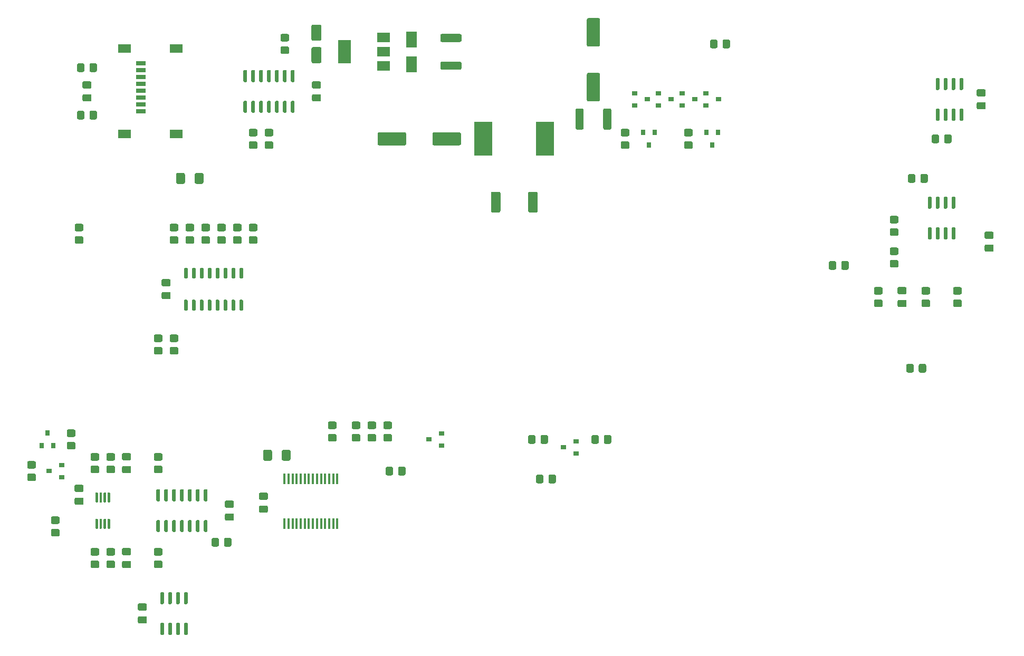
<source format=gtp>
G04 #@! TF.GenerationSoftware,KiCad,Pcbnew,(5.1.9)-1*
G04 #@! TF.CreationDate,2021-04-11T14:45:31+02:00*
G04 #@! TF.ProjectId,Sunrise clock main board,53756e72-6973-4652-9063-6c6f636b206d,V1.0*
G04 #@! TF.SameCoordinates,Original*
G04 #@! TF.FileFunction,Paste,Top*
G04 #@! TF.FilePolarity,Positive*
%FSLAX46Y46*%
G04 Gerber Fmt 4.6, Leading zero omitted, Abs format (unit mm)*
G04 Created by KiCad (PCBNEW (5.1.9)-1) date 2021-04-11 14:45:31*
%MOMM*%
%LPD*%
G01*
G04 APERTURE LIST*
%ADD10R,0.900000X0.800000*%
%ADD11R,0.800000X0.900000*%
%ADD12R,2.900000X5.400000*%
%ADD13R,1.800000X2.500000*%
%ADD14R,0.450000X1.750000*%
%ADD15R,2.000000X1.500000*%
%ADD16R,2.000000X3.800000*%
%ADD17R,1.500000X0.800000*%
%ADD18R,2.000000X1.450000*%
G04 APERTURE END LIST*
G36*
G01*
X14370000Y-15690001D02*
X14370000Y-14789999D01*
G75*
G02*
X14619999Y-14540000I249999J0D01*
G01*
X15320001Y-14540000D01*
G75*
G02*
X15570000Y-14789999I0J-249999D01*
G01*
X15570000Y-15690001D01*
G75*
G02*
X15320001Y-15940000I-249999J0D01*
G01*
X14619999Y-15940000D01*
G75*
G02*
X14370000Y-15690001I0J249999D01*
G01*
G37*
G36*
G01*
X12370000Y-15690001D02*
X12370000Y-14789999D01*
G75*
G02*
X12619999Y-14540000I249999J0D01*
G01*
X13320001Y-14540000D01*
G75*
G02*
X13570000Y-14789999I0J-249999D01*
G01*
X13570000Y-15690001D01*
G75*
G02*
X13320001Y-15940000I-249999J0D01*
G01*
X12619999Y-15940000D01*
G75*
G02*
X12370000Y-15690001I0J249999D01*
G01*
G37*
G36*
G01*
X-24949999Y-13570000D02*
X-25850001Y-13570000D01*
G75*
G02*
X-26100000Y-13320001I0J249999D01*
G01*
X-26100000Y-12619999D01*
G75*
G02*
X-25850001Y-12370000I249999J0D01*
G01*
X-24949999Y-12370000D01*
G75*
G02*
X-24700000Y-12619999I0J-249999D01*
G01*
X-24700000Y-13320001D01*
G75*
G02*
X-24949999Y-13570000I-249999J0D01*
G01*
G37*
G36*
G01*
X-24949999Y-15570000D02*
X-25850001Y-15570000D01*
G75*
G02*
X-26100000Y-15320001I0J249999D01*
G01*
X-26100000Y-14619999D01*
G75*
G02*
X-25850001Y-14370000I249999J0D01*
G01*
X-24949999Y-14370000D01*
G75*
G02*
X-24700000Y-14619999I0J-249999D01*
G01*
X-24700000Y-15320001D01*
G75*
G02*
X-24949999Y-15570000I-249999J0D01*
G01*
G37*
G36*
G01*
X4210000Y-15690001D02*
X4210000Y-14789999D01*
G75*
G02*
X4459999Y-14540000I249999J0D01*
G01*
X5160001Y-14540000D01*
G75*
G02*
X5410000Y-14789999I0J-249999D01*
G01*
X5410000Y-15690001D01*
G75*
G02*
X5160001Y-15940000I-249999J0D01*
G01*
X4459999Y-15940000D01*
G75*
G02*
X4210000Y-15690001I0J249999D01*
G01*
G37*
G36*
G01*
X2210000Y-15690001D02*
X2210000Y-14789999D01*
G75*
G02*
X2459999Y-14540000I249999J0D01*
G01*
X3160001Y-14540000D01*
G75*
G02*
X3410000Y-14789999I0J-249999D01*
G01*
X3410000Y-15690001D01*
G75*
G02*
X3160001Y-15940000I-249999J0D01*
G01*
X2459999Y-15940000D01*
G75*
G02*
X2210000Y-15690001I0J249999D01*
G01*
G37*
G36*
G01*
X4680000Y-21139999D02*
X4680000Y-22040001D01*
G75*
G02*
X4430001Y-22290000I-249999J0D01*
G01*
X3729999Y-22290000D01*
G75*
G02*
X3480000Y-22040001I0J249999D01*
G01*
X3480000Y-21139999D01*
G75*
G02*
X3729999Y-20890000I249999J0D01*
G01*
X4430001Y-20890000D01*
G75*
G02*
X4680000Y-21139999I0J-249999D01*
G01*
G37*
G36*
G01*
X6680000Y-21139999D02*
X6680000Y-22040001D01*
G75*
G02*
X6430001Y-22290000I-249999J0D01*
G01*
X5729999Y-22290000D01*
G75*
G02*
X5480000Y-22040001I0J249999D01*
G01*
X5480000Y-21139999D01*
G75*
G02*
X5729999Y-20890000I249999J0D01*
G01*
X6430001Y-20890000D01*
G75*
G02*
X6680000Y-21139999I0J-249999D01*
G01*
G37*
G36*
G01*
X-19450000Y-19869999D02*
X-19450000Y-20770001D01*
G75*
G02*
X-19699999Y-21020000I-249999J0D01*
G01*
X-20400001Y-21020000D01*
G75*
G02*
X-20650000Y-20770001I0J249999D01*
G01*
X-20650000Y-19869999D01*
G75*
G02*
X-20400001Y-19620000I249999J0D01*
G01*
X-19699999Y-19620000D01*
G75*
G02*
X-19450000Y-19869999I0J-249999D01*
G01*
G37*
G36*
G01*
X-17450000Y-19869999D02*
X-17450000Y-20770001D01*
G75*
G02*
X-17699999Y-21020000I-249999J0D01*
G01*
X-18400001Y-21020000D01*
G75*
G02*
X-18650000Y-20770001I0J249999D01*
G01*
X-18650000Y-19869999D01*
G75*
G02*
X-18400001Y-19620000I249999J0D01*
G01*
X-17699999Y-19620000D01*
G75*
G02*
X-17450000Y-19869999I0J-249999D01*
G01*
G37*
D10*
X7890000Y-16510000D03*
X9890000Y-15560000D03*
X9890000Y-17460000D03*
X-13700000Y-15240000D03*
X-11700000Y-14290000D03*
X-11700000Y-16190000D03*
G36*
G01*
X-46590000Y-32200001D02*
X-46590000Y-31299999D01*
G75*
G02*
X-46340001Y-31050000I249999J0D01*
G01*
X-45639999Y-31050000D01*
G75*
G02*
X-45390000Y-31299999I0J-249999D01*
G01*
X-45390000Y-32200001D01*
G75*
G02*
X-45639999Y-32450000I-249999J0D01*
G01*
X-46340001Y-32450000D01*
G75*
G02*
X-46590000Y-32200001I0J249999D01*
G01*
G37*
G36*
G01*
X-48590000Y-32200001D02*
X-48590000Y-31299999D01*
G75*
G02*
X-48340001Y-31050000I249999J0D01*
G01*
X-47639999Y-31050000D01*
G75*
G02*
X-47390000Y-31299999I0J-249999D01*
G01*
X-47390000Y-32200001D01*
G75*
G02*
X-47639999Y-32450000I-249999J0D01*
G01*
X-48340001Y-32450000D01*
G75*
G02*
X-48590000Y-32200001I0J249999D01*
G01*
G37*
G36*
G01*
X-77019999Y-19920000D02*
X-77920001Y-19920000D01*
G75*
G02*
X-78170000Y-19670001I0J249999D01*
G01*
X-78170000Y-18969999D01*
G75*
G02*
X-77920001Y-18720000I249999J0D01*
G01*
X-77019999Y-18720000D01*
G75*
G02*
X-76770000Y-18969999I0J-249999D01*
G01*
X-76770000Y-19670001D01*
G75*
G02*
X-77019999Y-19920000I-249999J0D01*
G01*
G37*
G36*
G01*
X-77019999Y-21920000D02*
X-77920001Y-21920000D01*
G75*
G02*
X-78170000Y-21670001I0J249999D01*
G01*
X-78170000Y-20969999D01*
G75*
G02*
X-77920001Y-20720000I249999J0D01*
G01*
X-77019999Y-20720000D01*
G75*
G02*
X-76770000Y-20969999I0J-249999D01*
G01*
X-76770000Y-21670001D01*
G75*
G02*
X-77019999Y-21920000I-249999J0D01*
G01*
G37*
G36*
G01*
X27489999Y32620000D02*
X28390001Y32620000D01*
G75*
G02*
X28640000Y32370001I0J-249999D01*
G01*
X28640000Y31669999D01*
G75*
G02*
X28390001Y31420000I-249999J0D01*
G01*
X27489999Y31420000D01*
G75*
G02*
X27240000Y31669999I0J249999D01*
G01*
X27240000Y32370001D01*
G75*
G02*
X27489999Y32620000I249999J0D01*
G01*
G37*
G36*
G01*
X27489999Y34620000D02*
X28390001Y34620000D01*
G75*
G02*
X28640000Y34370001I0J-249999D01*
G01*
X28640000Y33669999D01*
G75*
G02*
X28390001Y33420000I-249999J0D01*
G01*
X27489999Y33420000D01*
G75*
G02*
X27240000Y33669999I0J249999D01*
G01*
X27240000Y34370001D01*
G75*
G02*
X27489999Y34620000I249999J0D01*
G01*
G37*
G36*
G01*
X-20770001Y-14370000D02*
X-19869999Y-14370000D01*
G75*
G02*
X-19620000Y-14619999I0J-249999D01*
G01*
X-19620000Y-15320001D01*
G75*
G02*
X-19869999Y-15570000I-249999J0D01*
G01*
X-20770001Y-15570000D01*
G75*
G02*
X-21020000Y-15320001I0J249999D01*
G01*
X-21020000Y-14619999D01*
G75*
G02*
X-20770001Y-14370000I249999J0D01*
G01*
G37*
G36*
G01*
X-20770001Y-12370000D02*
X-19869999Y-12370000D01*
G75*
G02*
X-19620000Y-12619999I0J-249999D01*
G01*
X-19620000Y-13320001D01*
G75*
G02*
X-19869999Y-13570000I-249999J0D01*
G01*
X-20770001Y-13570000D01*
G75*
G02*
X-21020000Y-13320001I0J249999D01*
G01*
X-21020000Y-12619999D01*
G75*
G02*
X-20770001Y-12370000I249999J0D01*
G01*
G37*
G36*
G01*
X-23310001Y-14370000D02*
X-22409999Y-14370000D01*
G75*
G02*
X-22160000Y-14619999I0J-249999D01*
G01*
X-22160000Y-15320001D01*
G75*
G02*
X-22409999Y-15570000I-249999J0D01*
G01*
X-23310001Y-15570000D01*
G75*
G02*
X-23560000Y-15320001I0J249999D01*
G01*
X-23560000Y-14619999D01*
G75*
G02*
X-23310001Y-14370000I249999J0D01*
G01*
G37*
G36*
G01*
X-23310001Y-12370000D02*
X-22409999Y-12370000D01*
G75*
G02*
X-22160000Y-12619999I0J-249999D01*
G01*
X-22160000Y-13320001D01*
G75*
G02*
X-22409999Y-13570000I-249999J0D01*
G01*
X-23310001Y-13570000D01*
G75*
G02*
X-23560000Y-13320001I0J249999D01*
G01*
X-23560000Y-12619999D01*
G75*
G02*
X-23310001Y-12370000I249999J0D01*
G01*
G37*
D11*
X31750000Y32020000D03*
X30800000Y34020000D03*
X32700000Y34020000D03*
D10*
X28940000Y39370000D03*
X26940000Y38420000D03*
X26940000Y40320000D03*
X32750000Y39370000D03*
X30750000Y38420000D03*
X30750000Y40320000D03*
G36*
G01*
X70335000Y18820000D02*
X70635000Y18820000D01*
G75*
G02*
X70785000Y18670000I0J-150000D01*
G01*
X70785000Y17020000D01*
G75*
G02*
X70635000Y16870000I-150000J0D01*
G01*
X70335000Y16870000D01*
G75*
G02*
X70185000Y17020000I0J150000D01*
G01*
X70185000Y18670000D01*
G75*
G02*
X70335000Y18820000I150000J0D01*
G01*
G37*
G36*
G01*
X69065000Y18820000D02*
X69365000Y18820000D01*
G75*
G02*
X69515000Y18670000I0J-150000D01*
G01*
X69515000Y17020000D01*
G75*
G02*
X69365000Y16870000I-150000J0D01*
G01*
X69065000Y16870000D01*
G75*
G02*
X68915000Y17020000I0J150000D01*
G01*
X68915000Y18670000D01*
G75*
G02*
X69065000Y18820000I150000J0D01*
G01*
G37*
G36*
G01*
X67795000Y18820000D02*
X68095000Y18820000D01*
G75*
G02*
X68245000Y18670000I0J-150000D01*
G01*
X68245000Y17020000D01*
G75*
G02*
X68095000Y16870000I-150000J0D01*
G01*
X67795000Y16870000D01*
G75*
G02*
X67645000Y17020000I0J150000D01*
G01*
X67645000Y18670000D01*
G75*
G02*
X67795000Y18820000I150000J0D01*
G01*
G37*
G36*
G01*
X66525000Y18820000D02*
X66825000Y18820000D01*
G75*
G02*
X66975000Y18670000I0J-150000D01*
G01*
X66975000Y17020000D01*
G75*
G02*
X66825000Y16870000I-150000J0D01*
G01*
X66525000Y16870000D01*
G75*
G02*
X66375000Y17020000I0J150000D01*
G01*
X66375000Y18670000D01*
G75*
G02*
X66525000Y18820000I150000J0D01*
G01*
G37*
G36*
G01*
X66525000Y23770000D02*
X66825000Y23770000D01*
G75*
G02*
X66975000Y23620000I0J-150000D01*
G01*
X66975000Y21970000D01*
G75*
G02*
X66825000Y21820000I-150000J0D01*
G01*
X66525000Y21820000D01*
G75*
G02*
X66375000Y21970000I0J150000D01*
G01*
X66375000Y23620000D01*
G75*
G02*
X66525000Y23770000I150000J0D01*
G01*
G37*
G36*
G01*
X67795000Y23770000D02*
X68095000Y23770000D01*
G75*
G02*
X68245000Y23620000I0J-150000D01*
G01*
X68245000Y21970000D01*
G75*
G02*
X68095000Y21820000I-150000J0D01*
G01*
X67795000Y21820000D01*
G75*
G02*
X67645000Y21970000I0J150000D01*
G01*
X67645000Y23620000D01*
G75*
G02*
X67795000Y23770000I150000J0D01*
G01*
G37*
G36*
G01*
X69065000Y23770000D02*
X69365000Y23770000D01*
G75*
G02*
X69515000Y23620000I0J-150000D01*
G01*
X69515000Y21970000D01*
G75*
G02*
X69365000Y21820000I-150000J0D01*
G01*
X69065000Y21820000D01*
G75*
G02*
X68915000Y21970000I0J150000D01*
G01*
X68915000Y23620000D01*
G75*
G02*
X69065000Y23770000I150000J0D01*
G01*
G37*
G36*
G01*
X70335000Y23770000D02*
X70635000Y23770000D01*
G75*
G02*
X70785000Y23620000I0J-150000D01*
G01*
X70785000Y21970000D01*
G75*
G02*
X70635000Y21820000I-150000J0D01*
G01*
X70335000Y21820000D01*
G75*
G02*
X70185000Y21970000I0J150000D01*
G01*
X70185000Y23620000D01*
G75*
G02*
X70335000Y23770000I150000J0D01*
G01*
G37*
G36*
G01*
X-11610000Y45415000D02*
X-8710000Y45415000D01*
G75*
G02*
X-8460000Y45165000I0J-250000D01*
G01*
X-8460000Y44365000D01*
G75*
G02*
X-8710000Y44115000I-250000J0D01*
G01*
X-11610000Y44115000D01*
G75*
G02*
X-11860000Y44365000I0J250000D01*
G01*
X-11860000Y45165000D01*
G75*
G02*
X-11610000Y45415000I250000J0D01*
G01*
G37*
G36*
G01*
X-11610000Y49865000D02*
X-8710000Y49865000D01*
G75*
G02*
X-8460000Y49615000I0J-250000D01*
G01*
X-8460000Y48815000D01*
G75*
G02*
X-8710000Y48565000I-250000J0D01*
G01*
X-11610000Y48565000D01*
G75*
G02*
X-11860000Y48815000I0J250000D01*
G01*
X-11860000Y49615000D01*
G75*
G02*
X-11610000Y49865000I250000J0D01*
G01*
G37*
G36*
G01*
X11125000Y37645000D02*
X11125000Y34745000D01*
G75*
G02*
X10875000Y34495000I-250000J0D01*
G01*
X10075000Y34495000D01*
G75*
G02*
X9825000Y34745000I0J250000D01*
G01*
X9825000Y37645000D01*
G75*
G02*
X10075000Y37895000I250000J0D01*
G01*
X10875000Y37895000D01*
G75*
G02*
X11125000Y37645000I0J-250000D01*
G01*
G37*
G36*
G01*
X15575000Y37645000D02*
X15575000Y34745000D01*
G75*
G02*
X15325000Y34495000I-250000J0D01*
G01*
X14525000Y34495000D01*
G75*
G02*
X14275000Y34745000I0J250000D01*
G01*
X14275000Y37645000D01*
G75*
G02*
X14525000Y37895000I250000J0D01*
G01*
X15325000Y37895000D01*
G75*
G02*
X15575000Y37645000I0J-250000D01*
G01*
G37*
D12*
X4950000Y33020000D03*
X-4950000Y33020000D03*
D13*
X-16510000Y44990000D03*
X-16510000Y48990000D03*
D11*
X21590000Y32020000D03*
X20640000Y34020000D03*
X22540000Y34020000D03*
G36*
G01*
X-55405000Y9340000D02*
X-56355000Y9340000D01*
G75*
G02*
X-56605000Y9590000I0J250000D01*
G01*
X-56605000Y10265000D01*
G75*
G02*
X-56355000Y10515000I250000J0D01*
G01*
X-55405000Y10515000D01*
G75*
G02*
X-55155000Y10265000I0J-250000D01*
G01*
X-55155000Y9590000D01*
G75*
G02*
X-55405000Y9340000I-250000J0D01*
G01*
G37*
G36*
G01*
X-55405000Y7265000D02*
X-56355000Y7265000D01*
G75*
G02*
X-56605000Y7515000I0J250000D01*
G01*
X-56605000Y8190000D01*
G75*
G02*
X-56355000Y8440000I250000J0D01*
G01*
X-55405000Y8440000D01*
G75*
G02*
X-55155000Y8190000I0J-250000D01*
G01*
X-55155000Y7515000D01*
G75*
G02*
X-55405000Y7265000I-250000J0D01*
G01*
G37*
G36*
G01*
X-43965000Y7190000D02*
X-43665000Y7190000D01*
G75*
G02*
X-43515000Y7040000I0J-150000D01*
G01*
X-43515000Y5590000D01*
G75*
G02*
X-43665000Y5440000I-150000J0D01*
G01*
X-43965000Y5440000D01*
G75*
G02*
X-44115000Y5590000I0J150000D01*
G01*
X-44115000Y7040000D01*
G75*
G02*
X-43965000Y7190000I150000J0D01*
G01*
G37*
G36*
G01*
X-45235000Y7190000D02*
X-44935000Y7190000D01*
G75*
G02*
X-44785000Y7040000I0J-150000D01*
G01*
X-44785000Y5590000D01*
G75*
G02*
X-44935000Y5440000I-150000J0D01*
G01*
X-45235000Y5440000D01*
G75*
G02*
X-45385000Y5590000I0J150000D01*
G01*
X-45385000Y7040000D01*
G75*
G02*
X-45235000Y7190000I150000J0D01*
G01*
G37*
G36*
G01*
X-46505000Y7190000D02*
X-46205000Y7190000D01*
G75*
G02*
X-46055000Y7040000I0J-150000D01*
G01*
X-46055000Y5590000D01*
G75*
G02*
X-46205000Y5440000I-150000J0D01*
G01*
X-46505000Y5440000D01*
G75*
G02*
X-46655000Y5590000I0J150000D01*
G01*
X-46655000Y7040000D01*
G75*
G02*
X-46505000Y7190000I150000J0D01*
G01*
G37*
G36*
G01*
X-47775000Y7190000D02*
X-47475000Y7190000D01*
G75*
G02*
X-47325000Y7040000I0J-150000D01*
G01*
X-47325000Y5590000D01*
G75*
G02*
X-47475000Y5440000I-150000J0D01*
G01*
X-47775000Y5440000D01*
G75*
G02*
X-47925000Y5590000I0J150000D01*
G01*
X-47925000Y7040000D01*
G75*
G02*
X-47775000Y7190000I150000J0D01*
G01*
G37*
G36*
G01*
X-49045000Y7190000D02*
X-48745000Y7190000D01*
G75*
G02*
X-48595000Y7040000I0J-150000D01*
G01*
X-48595000Y5590000D01*
G75*
G02*
X-48745000Y5440000I-150000J0D01*
G01*
X-49045000Y5440000D01*
G75*
G02*
X-49195000Y5590000I0J150000D01*
G01*
X-49195000Y7040000D01*
G75*
G02*
X-49045000Y7190000I150000J0D01*
G01*
G37*
G36*
G01*
X-50315000Y7190000D02*
X-50015000Y7190000D01*
G75*
G02*
X-49865000Y7040000I0J-150000D01*
G01*
X-49865000Y5590000D01*
G75*
G02*
X-50015000Y5440000I-150000J0D01*
G01*
X-50315000Y5440000D01*
G75*
G02*
X-50465000Y5590000I0J150000D01*
G01*
X-50465000Y7040000D01*
G75*
G02*
X-50315000Y7190000I150000J0D01*
G01*
G37*
G36*
G01*
X-51585000Y7190000D02*
X-51285000Y7190000D01*
G75*
G02*
X-51135000Y7040000I0J-150000D01*
G01*
X-51135000Y5590000D01*
G75*
G02*
X-51285000Y5440000I-150000J0D01*
G01*
X-51585000Y5440000D01*
G75*
G02*
X-51735000Y5590000I0J150000D01*
G01*
X-51735000Y7040000D01*
G75*
G02*
X-51585000Y7190000I150000J0D01*
G01*
G37*
G36*
G01*
X-52855000Y7190000D02*
X-52555000Y7190000D01*
G75*
G02*
X-52405000Y7040000I0J-150000D01*
G01*
X-52405000Y5590000D01*
G75*
G02*
X-52555000Y5440000I-150000J0D01*
G01*
X-52855000Y5440000D01*
G75*
G02*
X-53005000Y5590000I0J150000D01*
G01*
X-53005000Y7040000D01*
G75*
G02*
X-52855000Y7190000I150000J0D01*
G01*
G37*
G36*
G01*
X-52855000Y12340000D02*
X-52555000Y12340000D01*
G75*
G02*
X-52405000Y12190000I0J-150000D01*
G01*
X-52405000Y10740000D01*
G75*
G02*
X-52555000Y10590000I-150000J0D01*
G01*
X-52855000Y10590000D01*
G75*
G02*
X-53005000Y10740000I0J150000D01*
G01*
X-53005000Y12190000D01*
G75*
G02*
X-52855000Y12340000I150000J0D01*
G01*
G37*
G36*
G01*
X-51585000Y12340000D02*
X-51285000Y12340000D01*
G75*
G02*
X-51135000Y12190000I0J-150000D01*
G01*
X-51135000Y10740000D01*
G75*
G02*
X-51285000Y10590000I-150000J0D01*
G01*
X-51585000Y10590000D01*
G75*
G02*
X-51735000Y10740000I0J150000D01*
G01*
X-51735000Y12190000D01*
G75*
G02*
X-51585000Y12340000I150000J0D01*
G01*
G37*
G36*
G01*
X-50315000Y12340000D02*
X-50015000Y12340000D01*
G75*
G02*
X-49865000Y12190000I0J-150000D01*
G01*
X-49865000Y10740000D01*
G75*
G02*
X-50015000Y10590000I-150000J0D01*
G01*
X-50315000Y10590000D01*
G75*
G02*
X-50465000Y10740000I0J150000D01*
G01*
X-50465000Y12190000D01*
G75*
G02*
X-50315000Y12340000I150000J0D01*
G01*
G37*
G36*
G01*
X-49045000Y12340000D02*
X-48745000Y12340000D01*
G75*
G02*
X-48595000Y12190000I0J-150000D01*
G01*
X-48595000Y10740000D01*
G75*
G02*
X-48745000Y10590000I-150000J0D01*
G01*
X-49045000Y10590000D01*
G75*
G02*
X-49195000Y10740000I0J150000D01*
G01*
X-49195000Y12190000D01*
G75*
G02*
X-49045000Y12340000I150000J0D01*
G01*
G37*
G36*
G01*
X-47775000Y12340000D02*
X-47475000Y12340000D01*
G75*
G02*
X-47325000Y12190000I0J-150000D01*
G01*
X-47325000Y10740000D01*
G75*
G02*
X-47475000Y10590000I-150000J0D01*
G01*
X-47775000Y10590000D01*
G75*
G02*
X-47925000Y10740000I0J150000D01*
G01*
X-47925000Y12190000D01*
G75*
G02*
X-47775000Y12340000I150000J0D01*
G01*
G37*
G36*
G01*
X-46505000Y12340000D02*
X-46205000Y12340000D01*
G75*
G02*
X-46055000Y12190000I0J-150000D01*
G01*
X-46055000Y10740000D01*
G75*
G02*
X-46205000Y10590000I-150000J0D01*
G01*
X-46505000Y10590000D01*
G75*
G02*
X-46655000Y10740000I0J150000D01*
G01*
X-46655000Y12190000D01*
G75*
G02*
X-46505000Y12340000I150000J0D01*
G01*
G37*
G36*
G01*
X-45235000Y12340000D02*
X-44935000Y12340000D01*
G75*
G02*
X-44785000Y12190000I0J-150000D01*
G01*
X-44785000Y10740000D01*
G75*
G02*
X-44935000Y10590000I-150000J0D01*
G01*
X-45235000Y10590000D01*
G75*
G02*
X-45385000Y10740000I0J150000D01*
G01*
X-45385000Y12190000D01*
G75*
G02*
X-45235000Y12340000I150000J0D01*
G01*
G37*
G36*
G01*
X-43965000Y12340000D02*
X-43665000Y12340000D01*
G75*
G02*
X-43515000Y12190000I0J-150000D01*
G01*
X-43515000Y10740000D01*
G75*
G02*
X-43665000Y10590000I-150000J0D01*
G01*
X-43965000Y10590000D01*
G75*
G02*
X-44115000Y10740000I0J150000D01*
G01*
X-44115000Y12190000D01*
G75*
G02*
X-43965000Y12340000I150000J0D01*
G01*
G37*
G36*
G01*
X-43030000Y42140000D02*
X-43330000Y42140000D01*
G75*
G02*
X-43480000Y42290000I0J150000D01*
G01*
X-43480000Y43940000D01*
G75*
G02*
X-43330000Y44090000I150000J0D01*
G01*
X-43030000Y44090000D01*
G75*
G02*
X-42880000Y43940000I0J-150000D01*
G01*
X-42880000Y42290000D01*
G75*
G02*
X-43030000Y42140000I-150000J0D01*
G01*
G37*
G36*
G01*
X-41760000Y42140000D02*
X-42060000Y42140000D01*
G75*
G02*
X-42210000Y42290000I0J150000D01*
G01*
X-42210000Y43940000D01*
G75*
G02*
X-42060000Y44090000I150000J0D01*
G01*
X-41760000Y44090000D01*
G75*
G02*
X-41610000Y43940000I0J-150000D01*
G01*
X-41610000Y42290000D01*
G75*
G02*
X-41760000Y42140000I-150000J0D01*
G01*
G37*
G36*
G01*
X-40490000Y42140000D02*
X-40790000Y42140000D01*
G75*
G02*
X-40940000Y42290000I0J150000D01*
G01*
X-40940000Y43940000D01*
G75*
G02*
X-40790000Y44090000I150000J0D01*
G01*
X-40490000Y44090000D01*
G75*
G02*
X-40340000Y43940000I0J-150000D01*
G01*
X-40340000Y42290000D01*
G75*
G02*
X-40490000Y42140000I-150000J0D01*
G01*
G37*
G36*
G01*
X-39220000Y42140000D02*
X-39520000Y42140000D01*
G75*
G02*
X-39670000Y42290000I0J150000D01*
G01*
X-39670000Y43940000D01*
G75*
G02*
X-39520000Y44090000I150000J0D01*
G01*
X-39220000Y44090000D01*
G75*
G02*
X-39070000Y43940000I0J-150000D01*
G01*
X-39070000Y42290000D01*
G75*
G02*
X-39220000Y42140000I-150000J0D01*
G01*
G37*
G36*
G01*
X-37950000Y42140000D02*
X-38250000Y42140000D01*
G75*
G02*
X-38400000Y42290000I0J150000D01*
G01*
X-38400000Y43940000D01*
G75*
G02*
X-38250000Y44090000I150000J0D01*
G01*
X-37950000Y44090000D01*
G75*
G02*
X-37800000Y43940000I0J-150000D01*
G01*
X-37800000Y42290000D01*
G75*
G02*
X-37950000Y42140000I-150000J0D01*
G01*
G37*
G36*
G01*
X-36680000Y42140000D02*
X-36980000Y42140000D01*
G75*
G02*
X-37130000Y42290000I0J150000D01*
G01*
X-37130000Y43940000D01*
G75*
G02*
X-36980000Y44090000I150000J0D01*
G01*
X-36680000Y44090000D01*
G75*
G02*
X-36530000Y43940000I0J-150000D01*
G01*
X-36530000Y42290000D01*
G75*
G02*
X-36680000Y42140000I-150000J0D01*
G01*
G37*
G36*
G01*
X-35410000Y42140000D02*
X-35710000Y42140000D01*
G75*
G02*
X-35860000Y42290000I0J150000D01*
G01*
X-35860000Y43940000D01*
G75*
G02*
X-35710000Y44090000I150000J0D01*
G01*
X-35410000Y44090000D01*
G75*
G02*
X-35260000Y43940000I0J-150000D01*
G01*
X-35260000Y42290000D01*
G75*
G02*
X-35410000Y42140000I-150000J0D01*
G01*
G37*
G36*
G01*
X-35410000Y37190000D02*
X-35710000Y37190000D01*
G75*
G02*
X-35860000Y37340000I0J150000D01*
G01*
X-35860000Y38990000D01*
G75*
G02*
X-35710000Y39140000I150000J0D01*
G01*
X-35410000Y39140000D01*
G75*
G02*
X-35260000Y38990000I0J-150000D01*
G01*
X-35260000Y37340000D01*
G75*
G02*
X-35410000Y37190000I-150000J0D01*
G01*
G37*
G36*
G01*
X-36680000Y37190000D02*
X-36980000Y37190000D01*
G75*
G02*
X-37130000Y37340000I0J150000D01*
G01*
X-37130000Y38990000D01*
G75*
G02*
X-36980000Y39140000I150000J0D01*
G01*
X-36680000Y39140000D01*
G75*
G02*
X-36530000Y38990000I0J-150000D01*
G01*
X-36530000Y37340000D01*
G75*
G02*
X-36680000Y37190000I-150000J0D01*
G01*
G37*
G36*
G01*
X-37950000Y37190000D02*
X-38250000Y37190000D01*
G75*
G02*
X-38400000Y37340000I0J150000D01*
G01*
X-38400000Y38990000D01*
G75*
G02*
X-38250000Y39140000I150000J0D01*
G01*
X-37950000Y39140000D01*
G75*
G02*
X-37800000Y38990000I0J-150000D01*
G01*
X-37800000Y37340000D01*
G75*
G02*
X-37950000Y37190000I-150000J0D01*
G01*
G37*
G36*
G01*
X-39220000Y37190000D02*
X-39520000Y37190000D01*
G75*
G02*
X-39670000Y37340000I0J150000D01*
G01*
X-39670000Y38990000D01*
G75*
G02*
X-39520000Y39140000I150000J0D01*
G01*
X-39220000Y39140000D01*
G75*
G02*
X-39070000Y38990000I0J-150000D01*
G01*
X-39070000Y37340000D01*
G75*
G02*
X-39220000Y37190000I-150000J0D01*
G01*
G37*
G36*
G01*
X-40490000Y37190000D02*
X-40790000Y37190000D01*
G75*
G02*
X-40940000Y37340000I0J150000D01*
G01*
X-40940000Y38990000D01*
G75*
G02*
X-40790000Y39140000I150000J0D01*
G01*
X-40490000Y39140000D01*
G75*
G02*
X-40340000Y38990000I0J-150000D01*
G01*
X-40340000Y37340000D01*
G75*
G02*
X-40490000Y37190000I-150000J0D01*
G01*
G37*
G36*
G01*
X-41760000Y37190000D02*
X-42060000Y37190000D01*
G75*
G02*
X-42210000Y37340000I0J150000D01*
G01*
X-42210000Y38990000D01*
G75*
G02*
X-42060000Y39140000I150000J0D01*
G01*
X-41760000Y39140000D01*
G75*
G02*
X-41610000Y38990000I0J-150000D01*
G01*
X-41610000Y37340000D01*
G75*
G02*
X-41760000Y37190000I-150000J0D01*
G01*
G37*
G36*
G01*
X-43030000Y37190000D02*
X-43330000Y37190000D01*
G75*
G02*
X-43480000Y37340000I0J150000D01*
G01*
X-43480000Y38990000D01*
G75*
G02*
X-43330000Y39140000I150000J0D01*
G01*
X-43030000Y39140000D01*
G75*
G02*
X-42880000Y38990000I0J-150000D01*
G01*
X-42880000Y37340000D01*
G75*
G02*
X-43030000Y37190000I-150000J0D01*
G01*
G37*
G36*
G01*
X-49680000Y-28170000D02*
X-49380000Y-28170000D01*
G75*
G02*
X-49230000Y-28320000I0J-150000D01*
G01*
X-49230000Y-29970000D01*
G75*
G02*
X-49380000Y-30120000I-150000J0D01*
G01*
X-49680000Y-30120000D01*
G75*
G02*
X-49830000Y-29970000I0J150000D01*
G01*
X-49830000Y-28320000D01*
G75*
G02*
X-49680000Y-28170000I150000J0D01*
G01*
G37*
G36*
G01*
X-50950000Y-28170000D02*
X-50650000Y-28170000D01*
G75*
G02*
X-50500000Y-28320000I0J-150000D01*
G01*
X-50500000Y-29970000D01*
G75*
G02*
X-50650000Y-30120000I-150000J0D01*
G01*
X-50950000Y-30120000D01*
G75*
G02*
X-51100000Y-29970000I0J150000D01*
G01*
X-51100000Y-28320000D01*
G75*
G02*
X-50950000Y-28170000I150000J0D01*
G01*
G37*
G36*
G01*
X-52220000Y-28170000D02*
X-51920000Y-28170000D01*
G75*
G02*
X-51770000Y-28320000I0J-150000D01*
G01*
X-51770000Y-29970000D01*
G75*
G02*
X-51920000Y-30120000I-150000J0D01*
G01*
X-52220000Y-30120000D01*
G75*
G02*
X-52370000Y-29970000I0J150000D01*
G01*
X-52370000Y-28320000D01*
G75*
G02*
X-52220000Y-28170000I150000J0D01*
G01*
G37*
G36*
G01*
X-53490000Y-28170000D02*
X-53190000Y-28170000D01*
G75*
G02*
X-53040000Y-28320000I0J-150000D01*
G01*
X-53040000Y-29970000D01*
G75*
G02*
X-53190000Y-30120000I-150000J0D01*
G01*
X-53490000Y-30120000D01*
G75*
G02*
X-53640000Y-29970000I0J150000D01*
G01*
X-53640000Y-28320000D01*
G75*
G02*
X-53490000Y-28170000I150000J0D01*
G01*
G37*
G36*
G01*
X-54760000Y-28170000D02*
X-54460000Y-28170000D01*
G75*
G02*
X-54310000Y-28320000I0J-150000D01*
G01*
X-54310000Y-29970000D01*
G75*
G02*
X-54460000Y-30120000I-150000J0D01*
G01*
X-54760000Y-30120000D01*
G75*
G02*
X-54910000Y-29970000I0J150000D01*
G01*
X-54910000Y-28320000D01*
G75*
G02*
X-54760000Y-28170000I150000J0D01*
G01*
G37*
G36*
G01*
X-56030000Y-28170000D02*
X-55730000Y-28170000D01*
G75*
G02*
X-55580000Y-28320000I0J-150000D01*
G01*
X-55580000Y-29970000D01*
G75*
G02*
X-55730000Y-30120000I-150000J0D01*
G01*
X-56030000Y-30120000D01*
G75*
G02*
X-56180000Y-29970000I0J150000D01*
G01*
X-56180000Y-28320000D01*
G75*
G02*
X-56030000Y-28170000I150000J0D01*
G01*
G37*
G36*
G01*
X-57300000Y-28170000D02*
X-57000000Y-28170000D01*
G75*
G02*
X-56850000Y-28320000I0J-150000D01*
G01*
X-56850000Y-29970000D01*
G75*
G02*
X-57000000Y-30120000I-150000J0D01*
G01*
X-57300000Y-30120000D01*
G75*
G02*
X-57450000Y-29970000I0J150000D01*
G01*
X-57450000Y-28320000D01*
G75*
G02*
X-57300000Y-28170000I150000J0D01*
G01*
G37*
G36*
G01*
X-57300000Y-23220000D02*
X-57000000Y-23220000D01*
G75*
G02*
X-56850000Y-23370000I0J-150000D01*
G01*
X-56850000Y-25020000D01*
G75*
G02*
X-57000000Y-25170000I-150000J0D01*
G01*
X-57300000Y-25170000D01*
G75*
G02*
X-57450000Y-25020000I0J150000D01*
G01*
X-57450000Y-23370000D01*
G75*
G02*
X-57300000Y-23220000I150000J0D01*
G01*
G37*
G36*
G01*
X-56030000Y-23220000D02*
X-55730000Y-23220000D01*
G75*
G02*
X-55580000Y-23370000I0J-150000D01*
G01*
X-55580000Y-25020000D01*
G75*
G02*
X-55730000Y-25170000I-150000J0D01*
G01*
X-56030000Y-25170000D01*
G75*
G02*
X-56180000Y-25020000I0J150000D01*
G01*
X-56180000Y-23370000D01*
G75*
G02*
X-56030000Y-23220000I150000J0D01*
G01*
G37*
G36*
G01*
X-54760000Y-23220000D02*
X-54460000Y-23220000D01*
G75*
G02*
X-54310000Y-23370000I0J-150000D01*
G01*
X-54310000Y-25020000D01*
G75*
G02*
X-54460000Y-25170000I-150000J0D01*
G01*
X-54760000Y-25170000D01*
G75*
G02*
X-54910000Y-25020000I0J150000D01*
G01*
X-54910000Y-23370000D01*
G75*
G02*
X-54760000Y-23220000I150000J0D01*
G01*
G37*
G36*
G01*
X-53490000Y-23220000D02*
X-53190000Y-23220000D01*
G75*
G02*
X-53040000Y-23370000I0J-150000D01*
G01*
X-53040000Y-25020000D01*
G75*
G02*
X-53190000Y-25170000I-150000J0D01*
G01*
X-53490000Y-25170000D01*
G75*
G02*
X-53640000Y-25020000I0J150000D01*
G01*
X-53640000Y-23370000D01*
G75*
G02*
X-53490000Y-23220000I150000J0D01*
G01*
G37*
G36*
G01*
X-52220000Y-23220000D02*
X-51920000Y-23220000D01*
G75*
G02*
X-51770000Y-23370000I0J-150000D01*
G01*
X-51770000Y-25020000D01*
G75*
G02*
X-51920000Y-25170000I-150000J0D01*
G01*
X-52220000Y-25170000D01*
G75*
G02*
X-52370000Y-25020000I0J150000D01*
G01*
X-52370000Y-23370000D01*
G75*
G02*
X-52220000Y-23220000I150000J0D01*
G01*
G37*
G36*
G01*
X-50950000Y-23220000D02*
X-50650000Y-23220000D01*
G75*
G02*
X-50500000Y-23370000I0J-150000D01*
G01*
X-50500000Y-25020000D01*
G75*
G02*
X-50650000Y-25170000I-150000J0D01*
G01*
X-50950000Y-25170000D01*
G75*
G02*
X-51100000Y-25020000I0J150000D01*
G01*
X-51100000Y-23370000D01*
G75*
G02*
X-50950000Y-23220000I150000J0D01*
G01*
G37*
G36*
G01*
X-49680000Y-23220000D02*
X-49380000Y-23220000D01*
G75*
G02*
X-49230000Y-23370000I0J-150000D01*
G01*
X-49230000Y-25020000D01*
G75*
G02*
X-49380000Y-25170000I-150000J0D01*
G01*
X-49680000Y-25170000D01*
G75*
G02*
X-49830000Y-25020000I0J150000D01*
G01*
X-49830000Y-23370000D01*
G75*
G02*
X-49680000Y-23220000I150000J0D01*
G01*
G37*
G36*
G01*
X-55060001Y-400000D02*
X-54159999Y-400000D01*
G75*
G02*
X-53910000Y-649999I0J-249999D01*
G01*
X-53910000Y-1350001D01*
G75*
G02*
X-54159999Y-1600000I-249999J0D01*
G01*
X-55060001Y-1600000D01*
G75*
G02*
X-55310000Y-1350001I0J249999D01*
G01*
X-55310000Y-649999D01*
G75*
G02*
X-55060001Y-400000I249999J0D01*
G01*
G37*
G36*
G01*
X-55060001Y1600000D02*
X-54159999Y1600000D01*
G75*
G02*
X-53910000Y1350001I0J-249999D01*
G01*
X-53910000Y649999D01*
G75*
G02*
X-54159999Y400000I-249999J0D01*
G01*
X-55060001Y400000D01*
G75*
G02*
X-55310000Y649999I0J249999D01*
G01*
X-55310000Y1350001D01*
G75*
G02*
X-55060001Y1600000I249999J0D01*
G01*
G37*
X-74930000Y-14240000D03*
X-73980000Y-16240000D03*
X-75880000Y-16240000D03*
D10*
X21320000Y39370000D03*
X19320000Y38420000D03*
X19320000Y40320000D03*
X25130000Y39370000D03*
X23130000Y38420000D03*
X23130000Y40320000D03*
X-74660000Y-20320000D03*
X-72660000Y-19370000D03*
X-72660000Y-21270000D03*
G36*
G01*
X-17340000Y33820000D02*
X-17340000Y32220000D01*
G75*
G02*
X-17590000Y31970000I-250000J0D01*
G01*
X-21690000Y31970000D01*
G75*
G02*
X-21940000Y32220000I0J250000D01*
G01*
X-21940000Y33820000D01*
G75*
G02*
X-21690000Y34070000I250000J0D01*
G01*
X-17590000Y34070000D01*
G75*
G02*
X-17340000Y33820000I0J-250000D01*
G01*
G37*
G36*
G01*
X-8540000Y33820000D02*
X-8540000Y32220000D01*
G75*
G02*
X-8790000Y31970000I-250000J0D01*
G01*
X-12890000Y31970000D01*
G75*
G02*
X-13140000Y32220000I0J250000D01*
G01*
X-13140000Y33820000D01*
G75*
G02*
X-12890000Y34070000I250000J0D01*
G01*
X-8790000Y34070000D01*
G75*
G02*
X-8540000Y33820000I0J-250000D01*
G01*
G37*
G36*
G01*
X13500000Y47820000D02*
X11900000Y47820000D01*
G75*
G02*
X11650000Y48070000I0J250000D01*
G01*
X11650000Y52170000D01*
G75*
G02*
X11900000Y52420000I250000J0D01*
G01*
X13500000Y52420000D01*
G75*
G02*
X13750000Y52170000I0J-250000D01*
G01*
X13750000Y48070000D01*
G75*
G02*
X13500000Y47820000I-250000J0D01*
G01*
G37*
G36*
G01*
X13500000Y39020000D02*
X11900000Y39020000D01*
G75*
G02*
X11650000Y39270000I0J250000D01*
G01*
X11650000Y43370000D01*
G75*
G02*
X11900000Y43620000I250000J0D01*
G01*
X13500000Y43620000D01*
G75*
G02*
X13750000Y43370000I0J-250000D01*
G01*
X13750000Y39270000D01*
G75*
G02*
X13500000Y39020000I-250000J0D01*
G01*
G37*
G36*
G01*
X58870001Y8020000D02*
X57969999Y8020000D01*
G75*
G02*
X57720000Y8269999I0J249999D01*
G01*
X57720000Y8970001D01*
G75*
G02*
X57969999Y9220000I249999J0D01*
G01*
X58870001Y9220000D01*
G75*
G02*
X59120000Y8970001I0J-249999D01*
G01*
X59120000Y8269999D01*
G75*
G02*
X58870001Y8020000I-249999J0D01*
G01*
G37*
G36*
G01*
X58870001Y6020000D02*
X57969999Y6020000D01*
G75*
G02*
X57720000Y6269999I0J249999D01*
G01*
X57720000Y6970001D01*
G75*
G02*
X57969999Y7220000I249999J0D01*
G01*
X58870001Y7220000D01*
G75*
G02*
X59120000Y6970001I0J-249999D01*
G01*
X59120000Y6269999D01*
G75*
G02*
X58870001Y6020000I-249999J0D01*
G01*
G37*
G36*
G01*
X61755000Y7170000D02*
X62705000Y7170000D01*
G75*
G02*
X62955000Y6920000I0J-250000D01*
G01*
X62955000Y6245000D01*
G75*
G02*
X62705000Y5995000I-250000J0D01*
G01*
X61755000Y5995000D01*
G75*
G02*
X61505000Y6245000I0J250000D01*
G01*
X61505000Y6920000D01*
G75*
G02*
X61755000Y7170000I250000J0D01*
G01*
G37*
G36*
G01*
X61755000Y9245000D02*
X62705000Y9245000D01*
G75*
G02*
X62955000Y8995000I0J-250000D01*
G01*
X62955000Y8320000D01*
G75*
G02*
X62705000Y8070000I-250000J0D01*
G01*
X61755000Y8070000D01*
G75*
G02*
X61505000Y8320000I0J250000D01*
G01*
X61505000Y8995000D01*
G75*
G02*
X61755000Y9245000I250000J0D01*
G01*
G37*
G36*
G01*
X2225000Y21434999D02*
X2225000Y24285001D01*
G75*
G02*
X2474999Y24535000I249999J0D01*
G01*
X3500001Y24535000D01*
G75*
G02*
X3750000Y24285001I0J-249999D01*
G01*
X3750000Y21434999D01*
G75*
G02*
X3500001Y21185000I-249999J0D01*
G01*
X2474999Y21185000D01*
G75*
G02*
X2225000Y21434999I0J249999D01*
G01*
G37*
G36*
G01*
X-3750000Y21434999D02*
X-3750000Y24285001D01*
G75*
G02*
X-3500001Y24535000I249999J0D01*
G01*
X-2474999Y24535000D01*
G75*
G02*
X-2225000Y24285001I0J-249999D01*
G01*
X-2225000Y21434999D01*
G75*
G02*
X-2474999Y21185000I-249999J0D01*
G01*
X-3500001Y21185000D01*
G75*
G02*
X-3750000Y21434999I0J249999D01*
G01*
G37*
G36*
G01*
X64900000Y-4260001D02*
X64900000Y-3359999D01*
G75*
G02*
X65149999Y-3110000I249999J0D01*
G01*
X65850001Y-3110000D01*
G75*
G02*
X66100000Y-3359999I0J-249999D01*
G01*
X66100000Y-4260001D01*
G75*
G02*
X65850001Y-4510000I-249999J0D01*
G01*
X65149999Y-4510000D01*
G75*
G02*
X64900000Y-4260001I0J249999D01*
G01*
G37*
G36*
G01*
X62900000Y-4260001D02*
X62900000Y-3359999D01*
G75*
G02*
X63149999Y-3110000I249999J0D01*
G01*
X63850001Y-3110000D01*
G75*
G02*
X64100000Y-3359999I0J-249999D01*
G01*
X64100000Y-4260001D01*
G75*
G02*
X63850001Y-4510000I-249999J0D01*
G01*
X63149999Y-4510000D01*
G75*
G02*
X62900000Y-4260001I0J249999D01*
G01*
G37*
G36*
G01*
X-73209999Y-28810000D02*
X-74110001Y-28810000D01*
G75*
G02*
X-74360000Y-28560001I0J249999D01*
G01*
X-74360000Y-27859999D01*
G75*
G02*
X-74110001Y-27610000I249999J0D01*
G01*
X-73209999Y-27610000D01*
G75*
G02*
X-72960000Y-27859999I0J-249999D01*
G01*
X-72960000Y-28560001D01*
G75*
G02*
X-73209999Y-28810000I-249999J0D01*
G01*
G37*
G36*
G01*
X-73209999Y-30810000D02*
X-74110001Y-30810000D01*
G75*
G02*
X-74360000Y-30560001I0J249999D01*
G01*
X-74360000Y-29859999D01*
G75*
G02*
X-74110001Y-29610000I249999J0D01*
G01*
X-73209999Y-29610000D01*
G75*
G02*
X-72960000Y-29859999I0J-249999D01*
G01*
X-72960000Y-30560001D01*
G75*
G02*
X-73209999Y-30810000I-249999J0D01*
G01*
G37*
G36*
G01*
X33420000Y47809999D02*
X33420000Y48710001D01*
G75*
G02*
X33669999Y48960000I249999J0D01*
G01*
X34370001Y48960000D01*
G75*
G02*
X34620000Y48710001I0J-249999D01*
G01*
X34620000Y47809999D01*
G75*
G02*
X34370001Y47560000I-249999J0D01*
G01*
X33669999Y47560000D01*
G75*
G02*
X33420000Y47809999I0J249999D01*
G01*
G37*
G36*
G01*
X31420000Y47809999D02*
X31420000Y48710001D01*
G75*
G02*
X31669999Y48960000I249999J0D01*
G01*
X32370001Y48960000D01*
G75*
G02*
X32620000Y48710001I0J-249999D01*
G01*
X32620000Y47809999D01*
G75*
G02*
X32370001Y47560000I-249999J0D01*
G01*
X31669999Y47560000D01*
G75*
G02*
X31420000Y47809999I0J249999D01*
G01*
G37*
G36*
G01*
X-46539999Y18180000D02*
X-47440001Y18180000D01*
G75*
G02*
X-47690000Y18429999I0J249999D01*
G01*
X-47690000Y19130001D01*
G75*
G02*
X-47440001Y19380000I249999J0D01*
G01*
X-46539999Y19380000D01*
G75*
G02*
X-46290000Y19130001I0J-249999D01*
G01*
X-46290000Y18429999D01*
G75*
G02*
X-46539999Y18180000I-249999J0D01*
G01*
G37*
G36*
G01*
X-46539999Y16180000D02*
X-47440001Y16180000D01*
G75*
G02*
X-47690000Y16429999I0J249999D01*
G01*
X-47690000Y17130001D01*
G75*
G02*
X-47440001Y17380000I249999J0D01*
G01*
X-46539999Y17380000D01*
G75*
G02*
X-46290000Y17130001I0J-249999D01*
G01*
X-46290000Y16429999D01*
G75*
G02*
X-46539999Y16180000I-249999J0D01*
G01*
G37*
G36*
G01*
X-69399999Y18180000D02*
X-70300001Y18180000D01*
G75*
G02*
X-70550000Y18429999I0J249999D01*
G01*
X-70550000Y19130001D01*
G75*
G02*
X-70300001Y19380000I249999J0D01*
G01*
X-69399999Y19380000D01*
G75*
G02*
X-69150000Y19130001I0J-249999D01*
G01*
X-69150000Y18429999D01*
G75*
G02*
X-69399999Y18180000I-249999J0D01*
G01*
G37*
G36*
G01*
X-69399999Y16180000D02*
X-70300001Y16180000D01*
G75*
G02*
X-70550000Y16429999I0J249999D01*
G01*
X-70550000Y17130001D01*
G75*
G02*
X-70300001Y17380000I249999J0D01*
G01*
X-69399999Y17380000D01*
G75*
G02*
X-69150000Y17130001I0J-249999D01*
G01*
X-69150000Y16429999D01*
G75*
G02*
X-69399999Y16180000I-249999J0D01*
G01*
G37*
G36*
G01*
X-43999999Y18180000D02*
X-44900001Y18180000D01*
G75*
G02*
X-45150000Y18429999I0J249999D01*
G01*
X-45150000Y19130001D01*
G75*
G02*
X-44900001Y19380000I249999J0D01*
G01*
X-43999999Y19380000D01*
G75*
G02*
X-43750000Y19130001I0J-249999D01*
G01*
X-43750000Y18429999D01*
G75*
G02*
X-43999999Y18180000I-249999J0D01*
G01*
G37*
G36*
G01*
X-43999999Y16180000D02*
X-44900001Y16180000D01*
G75*
G02*
X-45150000Y16429999I0J249999D01*
G01*
X-45150000Y17130001D01*
G75*
G02*
X-44900001Y17380000I249999J0D01*
G01*
X-43999999Y17380000D01*
G75*
G02*
X-43750000Y17130001I0J-249999D01*
G01*
X-43750000Y16429999D01*
G75*
G02*
X-43999999Y16180000I-249999J0D01*
G01*
G37*
G36*
G01*
X-54159999Y18180000D02*
X-55060001Y18180000D01*
G75*
G02*
X-55310000Y18429999I0J249999D01*
G01*
X-55310000Y19130001D01*
G75*
G02*
X-55060001Y19380000I249999J0D01*
G01*
X-54159999Y19380000D01*
G75*
G02*
X-53910000Y19130001I0J-249999D01*
G01*
X-53910000Y18429999D01*
G75*
G02*
X-54159999Y18180000I-249999J0D01*
G01*
G37*
G36*
G01*
X-54159999Y16180000D02*
X-55060001Y16180000D01*
G75*
G02*
X-55310000Y16429999I0J249999D01*
G01*
X-55310000Y17130001D01*
G75*
G02*
X-55060001Y17380000I249999J0D01*
G01*
X-54159999Y17380000D01*
G75*
G02*
X-53910000Y17130001I0J-249999D01*
G01*
X-53910000Y16429999D01*
G75*
G02*
X-54159999Y16180000I-249999J0D01*
G01*
G37*
G36*
G01*
X-51619999Y18180000D02*
X-52520001Y18180000D01*
G75*
G02*
X-52770000Y18429999I0J249999D01*
G01*
X-52770000Y19130001D01*
G75*
G02*
X-52520001Y19380000I249999J0D01*
G01*
X-51619999Y19380000D01*
G75*
G02*
X-51370000Y19130001I0J-249999D01*
G01*
X-51370000Y18429999D01*
G75*
G02*
X-51619999Y18180000I-249999J0D01*
G01*
G37*
G36*
G01*
X-51619999Y16180000D02*
X-52520001Y16180000D01*
G75*
G02*
X-52770000Y16429999I0J249999D01*
G01*
X-52770000Y17130001D01*
G75*
G02*
X-52520001Y17380000I249999J0D01*
G01*
X-51619999Y17380000D01*
G75*
G02*
X-51370000Y17130001I0J-249999D01*
G01*
X-51370000Y16429999D01*
G75*
G02*
X-51619999Y16180000I-249999J0D01*
G01*
G37*
G36*
G01*
X-49079999Y18180000D02*
X-49980001Y18180000D01*
G75*
G02*
X-50230000Y18429999I0J249999D01*
G01*
X-50230000Y19130001D01*
G75*
G02*
X-49980001Y19380000I249999J0D01*
G01*
X-49079999Y19380000D01*
G75*
G02*
X-48830000Y19130001I0J-249999D01*
G01*
X-48830000Y18429999D01*
G75*
G02*
X-49079999Y18180000I-249999J0D01*
G01*
G37*
G36*
G01*
X-49079999Y16180000D02*
X-49980001Y16180000D01*
G75*
G02*
X-50230000Y16429999I0J249999D01*
G01*
X-50230000Y17130001D01*
G75*
G02*
X-49980001Y17380000I249999J0D01*
G01*
X-49079999Y17380000D01*
G75*
G02*
X-48830000Y17130001I0J-249999D01*
G01*
X-48830000Y16429999D01*
G75*
G02*
X-49079999Y16180000I-249999J0D01*
G01*
G37*
G36*
G01*
X-41459999Y18180000D02*
X-42360001Y18180000D01*
G75*
G02*
X-42610000Y18429999I0J249999D01*
G01*
X-42610000Y19130001D01*
G75*
G02*
X-42360001Y19380000I249999J0D01*
G01*
X-41459999Y19380000D01*
G75*
G02*
X-41210000Y19130001I0J-249999D01*
G01*
X-41210000Y18429999D01*
G75*
G02*
X-41459999Y18180000I-249999J0D01*
G01*
G37*
G36*
G01*
X-41459999Y16180000D02*
X-42360001Y16180000D01*
G75*
G02*
X-42610000Y16429999I0J249999D01*
G01*
X-42610000Y17130001D01*
G75*
G02*
X-42360001Y17380000I249999J0D01*
G01*
X-41459999Y17380000D01*
G75*
G02*
X-41210000Y17130001I0J-249999D01*
G01*
X-41210000Y16429999D01*
G75*
G02*
X-41459999Y16180000I-249999J0D01*
G01*
G37*
D14*
X-28414000Y-28746000D03*
X-29064000Y-28746000D03*
X-29714000Y-28746000D03*
X-30364000Y-28746000D03*
X-31014000Y-28746000D03*
X-31664000Y-28746000D03*
X-32314000Y-28746000D03*
X-32964000Y-28746000D03*
X-33614000Y-28746000D03*
X-34264000Y-28746000D03*
X-34914000Y-28746000D03*
X-35564000Y-28746000D03*
X-36214000Y-28746000D03*
X-36864000Y-28746000D03*
X-36864000Y-21546000D03*
X-36214000Y-21546000D03*
X-35564000Y-21546000D03*
X-34914000Y-21546000D03*
X-34264000Y-21546000D03*
X-33614000Y-21546000D03*
X-32964000Y-21546000D03*
X-32314000Y-21546000D03*
X-31664000Y-21546000D03*
X-31014000Y-21546000D03*
X-30364000Y-21546000D03*
X-29714000Y-21546000D03*
X-29064000Y-21546000D03*
X-28414000Y-21546000D03*
G36*
G01*
X-65165000Y-27970000D02*
X-64965000Y-27970000D01*
G75*
G02*
X-64865000Y-28070000I0J-100000D01*
G01*
X-64865000Y-29495000D01*
G75*
G02*
X-64965000Y-29595000I-100000J0D01*
G01*
X-65165000Y-29595000D01*
G75*
G02*
X-65265000Y-29495000I0J100000D01*
G01*
X-65265000Y-28070000D01*
G75*
G02*
X-65165000Y-27970000I100000J0D01*
G01*
G37*
G36*
G01*
X-65815000Y-27970000D02*
X-65615000Y-27970000D01*
G75*
G02*
X-65515000Y-28070000I0J-100000D01*
G01*
X-65515000Y-29495000D01*
G75*
G02*
X-65615000Y-29595000I-100000J0D01*
G01*
X-65815000Y-29595000D01*
G75*
G02*
X-65915000Y-29495000I0J100000D01*
G01*
X-65915000Y-28070000D01*
G75*
G02*
X-65815000Y-27970000I100000J0D01*
G01*
G37*
G36*
G01*
X-66465000Y-27970000D02*
X-66265000Y-27970000D01*
G75*
G02*
X-66165000Y-28070000I0J-100000D01*
G01*
X-66165000Y-29495000D01*
G75*
G02*
X-66265000Y-29595000I-100000J0D01*
G01*
X-66465000Y-29595000D01*
G75*
G02*
X-66565000Y-29495000I0J100000D01*
G01*
X-66565000Y-28070000D01*
G75*
G02*
X-66465000Y-27970000I100000J0D01*
G01*
G37*
G36*
G01*
X-67115000Y-27970000D02*
X-66915000Y-27970000D01*
G75*
G02*
X-66815000Y-28070000I0J-100000D01*
G01*
X-66815000Y-29495000D01*
G75*
G02*
X-66915000Y-29595000I-100000J0D01*
G01*
X-67115000Y-29595000D01*
G75*
G02*
X-67215000Y-29495000I0J100000D01*
G01*
X-67215000Y-28070000D01*
G75*
G02*
X-67115000Y-27970000I100000J0D01*
G01*
G37*
G36*
G01*
X-67115000Y-23745000D02*
X-66915000Y-23745000D01*
G75*
G02*
X-66815000Y-23845000I0J-100000D01*
G01*
X-66815000Y-25270000D01*
G75*
G02*
X-66915000Y-25370000I-100000J0D01*
G01*
X-67115000Y-25370000D01*
G75*
G02*
X-67215000Y-25270000I0J100000D01*
G01*
X-67215000Y-23845000D01*
G75*
G02*
X-67115000Y-23745000I100000J0D01*
G01*
G37*
G36*
G01*
X-66465000Y-23745000D02*
X-66265000Y-23745000D01*
G75*
G02*
X-66165000Y-23845000I0J-100000D01*
G01*
X-66165000Y-25270000D01*
G75*
G02*
X-66265000Y-25370000I-100000J0D01*
G01*
X-66465000Y-25370000D01*
G75*
G02*
X-66565000Y-25270000I0J100000D01*
G01*
X-66565000Y-23845000D01*
G75*
G02*
X-66465000Y-23745000I100000J0D01*
G01*
G37*
G36*
G01*
X-65815000Y-23745000D02*
X-65615000Y-23745000D01*
G75*
G02*
X-65515000Y-23845000I0J-100000D01*
G01*
X-65515000Y-25270000D01*
G75*
G02*
X-65615000Y-25370000I-100000J0D01*
G01*
X-65815000Y-25370000D01*
G75*
G02*
X-65915000Y-25270000I0J100000D01*
G01*
X-65915000Y-23845000D01*
G75*
G02*
X-65815000Y-23745000I100000J0D01*
G01*
G37*
G36*
G01*
X-65165000Y-23745000D02*
X-64965000Y-23745000D01*
G75*
G02*
X-64865000Y-23845000I0J-100000D01*
G01*
X-64865000Y-25270000D01*
G75*
G02*
X-64965000Y-25370000I-100000J0D01*
G01*
X-65165000Y-25370000D01*
G75*
G02*
X-65265000Y-25270000I0J100000D01*
G01*
X-65265000Y-23845000D01*
G75*
G02*
X-65165000Y-23745000I100000J0D01*
G01*
G37*
G36*
G01*
X-56365000Y-41680000D02*
X-56665000Y-41680000D01*
G75*
G02*
X-56815000Y-41530000I0J150000D01*
G01*
X-56815000Y-39880000D01*
G75*
G02*
X-56665000Y-39730000I150000J0D01*
G01*
X-56365000Y-39730000D01*
G75*
G02*
X-56215000Y-39880000I0J-150000D01*
G01*
X-56215000Y-41530000D01*
G75*
G02*
X-56365000Y-41680000I-150000J0D01*
G01*
G37*
G36*
G01*
X-55095000Y-41680000D02*
X-55395000Y-41680000D01*
G75*
G02*
X-55545000Y-41530000I0J150000D01*
G01*
X-55545000Y-39880000D01*
G75*
G02*
X-55395000Y-39730000I150000J0D01*
G01*
X-55095000Y-39730000D01*
G75*
G02*
X-54945000Y-39880000I0J-150000D01*
G01*
X-54945000Y-41530000D01*
G75*
G02*
X-55095000Y-41680000I-150000J0D01*
G01*
G37*
G36*
G01*
X-53825000Y-41680000D02*
X-54125000Y-41680000D01*
G75*
G02*
X-54275000Y-41530000I0J150000D01*
G01*
X-54275000Y-39880000D01*
G75*
G02*
X-54125000Y-39730000I150000J0D01*
G01*
X-53825000Y-39730000D01*
G75*
G02*
X-53675000Y-39880000I0J-150000D01*
G01*
X-53675000Y-41530000D01*
G75*
G02*
X-53825000Y-41680000I-150000J0D01*
G01*
G37*
G36*
G01*
X-52555000Y-41680000D02*
X-52855000Y-41680000D01*
G75*
G02*
X-53005000Y-41530000I0J150000D01*
G01*
X-53005000Y-39880000D01*
G75*
G02*
X-52855000Y-39730000I150000J0D01*
G01*
X-52555000Y-39730000D01*
G75*
G02*
X-52405000Y-39880000I0J-150000D01*
G01*
X-52405000Y-41530000D01*
G75*
G02*
X-52555000Y-41680000I-150000J0D01*
G01*
G37*
G36*
G01*
X-52555000Y-46630000D02*
X-52855000Y-46630000D01*
G75*
G02*
X-53005000Y-46480000I0J150000D01*
G01*
X-53005000Y-44830000D01*
G75*
G02*
X-52855000Y-44680000I150000J0D01*
G01*
X-52555000Y-44680000D01*
G75*
G02*
X-52405000Y-44830000I0J-150000D01*
G01*
X-52405000Y-46480000D01*
G75*
G02*
X-52555000Y-46630000I-150000J0D01*
G01*
G37*
G36*
G01*
X-53825000Y-46630000D02*
X-54125000Y-46630000D01*
G75*
G02*
X-54275000Y-46480000I0J150000D01*
G01*
X-54275000Y-44830000D01*
G75*
G02*
X-54125000Y-44680000I150000J0D01*
G01*
X-53825000Y-44680000D01*
G75*
G02*
X-53675000Y-44830000I0J-150000D01*
G01*
X-53675000Y-46480000D01*
G75*
G02*
X-53825000Y-46630000I-150000J0D01*
G01*
G37*
G36*
G01*
X-55095000Y-46630000D02*
X-55395000Y-46630000D01*
G75*
G02*
X-55545000Y-46480000I0J150000D01*
G01*
X-55545000Y-44830000D01*
G75*
G02*
X-55395000Y-44680000I150000J0D01*
G01*
X-55095000Y-44680000D01*
G75*
G02*
X-54945000Y-44830000I0J-150000D01*
G01*
X-54945000Y-46480000D01*
G75*
G02*
X-55095000Y-46630000I-150000J0D01*
G01*
G37*
G36*
G01*
X-56365000Y-46630000D02*
X-56665000Y-46630000D01*
G75*
G02*
X-56815000Y-46480000I0J150000D01*
G01*
X-56815000Y-44830000D01*
G75*
G02*
X-56665000Y-44680000I150000J0D01*
G01*
X-56365000Y-44680000D01*
G75*
G02*
X-56215000Y-44830000I0J-150000D01*
G01*
X-56215000Y-46480000D01*
G75*
G02*
X-56365000Y-46630000I-150000J0D01*
G01*
G37*
G36*
G01*
X68095000Y40870000D02*
X67795000Y40870000D01*
G75*
G02*
X67645000Y41020000I0J150000D01*
G01*
X67645000Y42670000D01*
G75*
G02*
X67795000Y42820000I150000J0D01*
G01*
X68095000Y42820000D01*
G75*
G02*
X68245000Y42670000I0J-150000D01*
G01*
X68245000Y41020000D01*
G75*
G02*
X68095000Y40870000I-150000J0D01*
G01*
G37*
G36*
G01*
X69365000Y40870000D02*
X69065000Y40870000D01*
G75*
G02*
X68915000Y41020000I0J150000D01*
G01*
X68915000Y42670000D01*
G75*
G02*
X69065000Y42820000I150000J0D01*
G01*
X69365000Y42820000D01*
G75*
G02*
X69515000Y42670000I0J-150000D01*
G01*
X69515000Y41020000D01*
G75*
G02*
X69365000Y40870000I-150000J0D01*
G01*
G37*
G36*
G01*
X70635000Y40870000D02*
X70335000Y40870000D01*
G75*
G02*
X70185000Y41020000I0J150000D01*
G01*
X70185000Y42670000D01*
G75*
G02*
X70335000Y42820000I150000J0D01*
G01*
X70635000Y42820000D01*
G75*
G02*
X70785000Y42670000I0J-150000D01*
G01*
X70785000Y41020000D01*
G75*
G02*
X70635000Y40870000I-150000J0D01*
G01*
G37*
G36*
G01*
X71905000Y40870000D02*
X71605000Y40870000D01*
G75*
G02*
X71455000Y41020000I0J150000D01*
G01*
X71455000Y42670000D01*
G75*
G02*
X71605000Y42820000I150000J0D01*
G01*
X71905000Y42820000D01*
G75*
G02*
X72055000Y42670000I0J-150000D01*
G01*
X72055000Y41020000D01*
G75*
G02*
X71905000Y40870000I-150000J0D01*
G01*
G37*
G36*
G01*
X71905000Y35920000D02*
X71605000Y35920000D01*
G75*
G02*
X71455000Y36070000I0J150000D01*
G01*
X71455000Y37720000D01*
G75*
G02*
X71605000Y37870000I150000J0D01*
G01*
X71905000Y37870000D01*
G75*
G02*
X72055000Y37720000I0J-150000D01*
G01*
X72055000Y36070000D01*
G75*
G02*
X71905000Y35920000I-150000J0D01*
G01*
G37*
G36*
G01*
X70635000Y35920000D02*
X70335000Y35920000D01*
G75*
G02*
X70185000Y36070000I0J150000D01*
G01*
X70185000Y37720000D01*
G75*
G02*
X70335000Y37870000I150000J0D01*
G01*
X70635000Y37870000D01*
G75*
G02*
X70785000Y37720000I0J-150000D01*
G01*
X70785000Y36070000D01*
G75*
G02*
X70635000Y35920000I-150000J0D01*
G01*
G37*
G36*
G01*
X69365000Y35920000D02*
X69065000Y35920000D01*
G75*
G02*
X68915000Y36070000I0J150000D01*
G01*
X68915000Y37720000D01*
G75*
G02*
X69065000Y37870000I150000J0D01*
G01*
X69365000Y37870000D01*
G75*
G02*
X69515000Y37720000I0J-150000D01*
G01*
X69515000Y36070000D01*
G75*
G02*
X69365000Y35920000I-150000J0D01*
G01*
G37*
G36*
G01*
X68095000Y35920000D02*
X67795000Y35920000D01*
G75*
G02*
X67645000Y36070000I0J150000D01*
G01*
X67645000Y37720000D01*
G75*
G02*
X67795000Y37870000I150000J0D01*
G01*
X68095000Y37870000D01*
G75*
G02*
X68245000Y37720000I0J-150000D01*
G01*
X68245000Y36070000D01*
G75*
G02*
X68095000Y35920000I-150000J0D01*
G01*
G37*
D15*
X-20980000Y44690000D03*
X-20980000Y49290000D03*
X-20980000Y46990000D03*
D16*
X-27280000Y46990000D03*
D17*
X-59970000Y37440000D03*
X-59970000Y38540000D03*
X-59970000Y39640000D03*
X-59970000Y40740000D03*
X-59970000Y41840000D03*
X-59970000Y42940000D03*
X-59970000Y44040000D03*
X-59970000Y45140000D03*
D18*
X-54270000Y47515000D03*
X-54270000Y33765000D03*
X-62570000Y33765000D03*
X-62570000Y47515000D03*
G36*
G01*
X65170000Y26219999D02*
X65170000Y27120001D01*
G75*
G02*
X65419999Y27370000I249999J0D01*
G01*
X66120001Y27370000D01*
G75*
G02*
X66370000Y27120001I0J-249999D01*
G01*
X66370000Y26219999D01*
G75*
G02*
X66120001Y25970000I-249999J0D01*
G01*
X65419999Y25970000D01*
G75*
G02*
X65170000Y26219999I0J249999D01*
G01*
G37*
G36*
G01*
X63170000Y26219999D02*
X63170000Y27120001D01*
G75*
G02*
X63419999Y27370000I249999J0D01*
G01*
X64120001Y27370000D01*
G75*
G02*
X64370000Y27120001I0J-249999D01*
G01*
X64370000Y26219999D01*
G75*
G02*
X64120001Y25970000I-249999J0D01*
G01*
X63419999Y25970000D01*
G75*
G02*
X63170000Y26219999I0J249999D01*
G01*
G37*
G36*
G01*
X68180000Y33470001D02*
X68180000Y32569999D01*
G75*
G02*
X67930001Y32320000I-249999J0D01*
G01*
X67229999Y32320000D01*
G75*
G02*
X66980000Y32569999I0J249999D01*
G01*
X66980000Y33470001D01*
G75*
G02*
X67229999Y33720000I249999J0D01*
G01*
X67930001Y33720000D01*
G75*
G02*
X68180000Y33470001I0J-249999D01*
G01*
G37*
G36*
G01*
X70180000Y33470001D02*
X70180000Y32569999D01*
G75*
G02*
X69930001Y32320000I-249999J0D01*
G01*
X69229999Y32320000D01*
G75*
G02*
X68980000Y32569999I0J249999D01*
G01*
X68980000Y33470001D01*
G75*
G02*
X69229999Y33720000I249999J0D01*
G01*
X69930001Y33720000D01*
G75*
G02*
X70180000Y33470001I0J-249999D01*
G01*
G37*
G36*
G01*
X-56699999Y400000D02*
X-57600001Y400000D01*
G75*
G02*
X-57850000Y649999I0J249999D01*
G01*
X-57850000Y1350001D01*
G75*
G02*
X-57600001Y1600000I249999J0D01*
G01*
X-56699999Y1600000D01*
G75*
G02*
X-56450000Y1350001I0J-249999D01*
G01*
X-56450000Y649999D01*
G75*
G02*
X-56699999Y400000I-249999J0D01*
G01*
G37*
G36*
G01*
X-56699999Y-1600000D02*
X-57600001Y-1600000D01*
G75*
G02*
X-57850000Y-1350001I0J249999D01*
G01*
X-57850000Y-649999D01*
G75*
G02*
X-57600001Y-400000I249999J0D01*
G01*
X-56699999Y-400000D01*
G75*
G02*
X-56450000Y-649999I0J-249999D01*
G01*
X-56450000Y-1350001D01*
G75*
G02*
X-56699999Y-1600000I-249999J0D01*
G01*
G37*
G36*
G01*
X71570001Y8020000D02*
X70669999Y8020000D01*
G75*
G02*
X70420000Y8269999I0J249999D01*
G01*
X70420000Y8970001D01*
G75*
G02*
X70669999Y9220000I249999J0D01*
G01*
X71570001Y9220000D01*
G75*
G02*
X71820000Y8970001I0J-249999D01*
G01*
X71820000Y8269999D01*
G75*
G02*
X71570001Y8020000I-249999J0D01*
G01*
G37*
G36*
G01*
X71570001Y6020000D02*
X70669999Y6020000D01*
G75*
G02*
X70420000Y6269999I0J249999D01*
G01*
X70420000Y6970001D01*
G75*
G02*
X70669999Y7220000I249999J0D01*
G01*
X71570001Y7220000D01*
G75*
G02*
X71820000Y6970001I0J-249999D01*
G01*
X71820000Y6269999D01*
G75*
G02*
X71570001Y6020000I-249999J0D01*
G01*
G37*
G36*
G01*
X65589999Y7220000D02*
X66490001Y7220000D01*
G75*
G02*
X66740000Y6970001I0J-249999D01*
G01*
X66740000Y6269999D01*
G75*
G02*
X66490001Y6020000I-249999J0D01*
G01*
X65589999Y6020000D01*
G75*
G02*
X65340000Y6269999I0J249999D01*
G01*
X65340000Y6970001D01*
G75*
G02*
X65589999Y7220000I249999J0D01*
G01*
G37*
G36*
G01*
X65589999Y9220000D02*
X66490001Y9220000D01*
G75*
G02*
X66740000Y8970001I0J-249999D01*
G01*
X66740000Y8269999D01*
G75*
G02*
X66490001Y8020000I-249999J0D01*
G01*
X65589999Y8020000D01*
G75*
G02*
X65340000Y8269999I0J249999D01*
G01*
X65340000Y8970001D01*
G75*
G02*
X65589999Y9220000I249999J0D01*
G01*
G37*
G36*
G01*
X-68180000Y36379999D02*
X-68180000Y37280001D01*
G75*
G02*
X-67930001Y37530000I249999J0D01*
G01*
X-67229999Y37530000D01*
G75*
G02*
X-66980000Y37280001I0J-249999D01*
G01*
X-66980000Y36379999D01*
G75*
G02*
X-67229999Y36130000I-249999J0D01*
G01*
X-67930001Y36130000D01*
G75*
G02*
X-68180000Y36379999I0J249999D01*
G01*
G37*
G36*
G01*
X-70180000Y36379999D02*
X-70180000Y37280001D01*
G75*
G02*
X-69930001Y37530000I249999J0D01*
G01*
X-69229999Y37530000D01*
G75*
G02*
X-68980000Y37280001I0J-249999D01*
G01*
X-68980000Y36379999D01*
G75*
G02*
X-69229999Y36130000I-249999J0D01*
G01*
X-69930001Y36130000D01*
G75*
G02*
X-70180000Y36379999I0J249999D01*
G01*
G37*
G36*
G01*
X-38919999Y33420000D02*
X-39820001Y33420000D01*
G75*
G02*
X-40070000Y33669999I0J249999D01*
G01*
X-40070000Y34370001D01*
G75*
G02*
X-39820001Y34620000I249999J0D01*
G01*
X-38919999Y34620000D01*
G75*
G02*
X-38670000Y34370001I0J-249999D01*
G01*
X-38670000Y33669999D01*
G75*
G02*
X-38919999Y33420000I-249999J0D01*
G01*
G37*
G36*
G01*
X-38919999Y31420000D02*
X-39820001Y31420000D01*
G75*
G02*
X-40070000Y31669999I0J249999D01*
G01*
X-40070000Y32370001D01*
G75*
G02*
X-39820001Y32620000I249999J0D01*
G01*
X-38919999Y32620000D01*
G75*
G02*
X-38670000Y32370001I0J-249999D01*
G01*
X-38670000Y31669999D01*
G75*
G02*
X-38919999Y31420000I-249999J0D01*
G01*
G37*
G36*
G01*
X-41459999Y33420000D02*
X-42360001Y33420000D01*
G75*
G02*
X-42610000Y33669999I0J249999D01*
G01*
X-42610000Y34370001D01*
G75*
G02*
X-42360001Y34620000I249999J0D01*
G01*
X-41459999Y34620000D01*
G75*
G02*
X-41210000Y34370001I0J-249999D01*
G01*
X-41210000Y33669999D01*
G75*
G02*
X-41459999Y33420000I-249999J0D01*
G01*
G37*
G36*
G01*
X-41459999Y31420000D02*
X-42360001Y31420000D01*
G75*
G02*
X-42610000Y31669999I0J249999D01*
G01*
X-42610000Y32370001D01*
G75*
G02*
X-42360001Y32620000I249999J0D01*
G01*
X-41459999Y32620000D01*
G75*
G02*
X-41210000Y32370001I0J-249999D01*
G01*
X-41210000Y31669999D01*
G75*
G02*
X-41459999Y31420000I-249999J0D01*
G01*
G37*
G36*
G01*
X-37280001Y47860000D02*
X-36379999Y47860000D01*
G75*
G02*
X-36130000Y47610001I0J-249999D01*
G01*
X-36130000Y46909999D01*
G75*
G02*
X-36379999Y46660000I-249999J0D01*
G01*
X-37280001Y46660000D01*
G75*
G02*
X-37530000Y46909999I0J249999D01*
G01*
X-37530000Y47610001D01*
G75*
G02*
X-37280001Y47860000I249999J0D01*
G01*
G37*
G36*
G01*
X-37280001Y49860000D02*
X-36379999Y49860000D01*
G75*
G02*
X-36130000Y49610001I0J-249999D01*
G01*
X-36130000Y48909999D01*
G75*
G02*
X-36379999Y48660000I-249999J0D01*
G01*
X-37280001Y48660000D01*
G75*
G02*
X-37530000Y48909999I0J249999D01*
G01*
X-37530000Y49610001D01*
G75*
G02*
X-37280001Y49860000I249999J0D01*
G01*
G37*
G36*
G01*
X-68180000Y43999999D02*
X-68180000Y44900001D01*
G75*
G02*
X-67930001Y45150000I249999J0D01*
G01*
X-67229999Y45150000D01*
G75*
G02*
X-66980000Y44900001I0J-249999D01*
G01*
X-66980000Y43999999D01*
G75*
G02*
X-67229999Y43750000I-249999J0D01*
G01*
X-67930001Y43750000D01*
G75*
G02*
X-68180000Y43999999I0J249999D01*
G01*
G37*
G36*
G01*
X-70180000Y43999999D02*
X-70180000Y44900001D01*
G75*
G02*
X-69930001Y45150000I249999J0D01*
G01*
X-69229999Y45150000D01*
G75*
G02*
X-68980000Y44900001I0J-249999D01*
G01*
X-68980000Y43999999D01*
G75*
G02*
X-69229999Y43750000I-249999J0D01*
G01*
X-69930001Y43750000D01*
G75*
G02*
X-70180000Y43999999I0J249999D01*
G01*
G37*
G36*
G01*
X17329999Y32620000D02*
X18230001Y32620000D01*
G75*
G02*
X18480000Y32370001I0J-249999D01*
G01*
X18480000Y31669999D01*
G75*
G02*
X18230001Y31420000I-249999J0D01*
G01*
X17329999Y31420000D01*
G75*
G02*
X17080000Y31669999I0J249999D01*
G01*
X17080000Y32370001D01*
G75*
G02*
X17329999Y32620000I249999J0D01*
G01*
G37*
G36*
G01*
X17329999Y34620000D02*
X18230001Y34620000D01*
G75*
G02*
X18480000Y34370001I0J-249999D01*
G01*
X18480000Y33669999D01*
G75*
G02*
X18230001Y33420000I-249999J0D01*
G01*
X17329999Y33420000D01*
G75*
G02*
X17080000Y33669999I0J249999D01*
G01*
X17080000Y34370001D01*
G75*
G02*
X17329999Y34620000I249999J0D01*
G01*
G37*
G36*
G01*
X61410001Y19450000D02*
X60509999Y19450000D01*
G75*
G02*
X60260000Y19699999I0J249999D01*
G01*
X60260000Y20400001D01*
G75*
G02*
X60509999Y20650000I249999J0D01*
G01*
X61410001Y20650000D01*
G75*
G02*
X61660000Y20400001I0J-249999D01*
G01*
X61660000Y19699999D01*
G75*
G02*
X61410001Y19450000I-249999J0D01*
G01*
G37*
G36*
G01*
X61410001Y17450000D02*
X60509999Y17450000D01*
G75*
G02*
X60260000Y17699999I0J249999D01*
G01*
X60260000Y18400001D01*
G75*
G02*
X60509999Y18650000I249999J0D01*
G01*
X61410001Y18650000D01*
G75*
G02*
X61660000Y18400001I0J-249999D01*
G01*
X61660000Y17699999D01*
G75*
G02*
X61410001Y17450000I-249999J0D01*
G01*
G37*
G36*
G01*
X-64319999Y-33890000D02*
X-65220001Y-33890000D01*
G75*
G02*
X-65470000Y-33640001I0J249999D01*
G01*
X-65470000Y-32939999D01*
G75*
G02*
X-65220001Y-32690000I249999J0D01*
G01*
X-64319999Y-32690000D01*
G75*
G02*
X-64070000Y-32939999I0J-249999D01*
G01*
X-64070000Y-33640001D01*
G75*
G02*
X-64319999Y-33890000I-249999J0D01*
G01*
G37*
G36*
G01*
X-64319999Y-35890000D02*
X-65220001Y-35890000D01*
G75*
G02*
X-65470000Y-35640001I0J249999D01*
G01*
X-65470000Y-34939999D01*
G75*
G02*
X-65220001Y-34690000I249999J0D01*
G01*
X-64319999Y-34690000D01*
G75*
G02*
X-64070000Y-34939999I0J-249999D01*
G01*
X-64070000Y-35640001D01*
G75*
G02*
X-64319999Y-35890000I-249999J0D01*
G01*
G37*
G36*
G01*
X-66859999Y-33890000D02*
X-67760001Y-33890000D01*
G75*
G02*
X-68010000Y-33640001I0J249999D01*
G01*
X-68010000Y-32939999D01*
G75*
G02*
X-67760001Y-32690000I249999J0D01*
G01*
X-66859999Y-32690000D01*
G75*
G02*
X-66610000Y-32939999I0J-249999D01*
G01*
X-66610000Y-33640001D01*
G75*
G02*
X-66859999Y-33890000I-249999J0D01*
G01*
G37*
G36*
G01*
X-66859999Y-35890000D02*
X-67760001Y-35890000D01*
G75*
G02*
X-68010000Y-35640001I0J249999D01*
G01*
X-68010000Y-34939999D01*
G75*
G02*
X-67760001Y-34690000I249999J0D01*
G01*
X-66859999Y-34690000D01*
G75*
G02*
X-66610000Y-34939999I0J-249999D01*
G01*
X-66610000Y-35640001D01*
G75*
G02*
X-66859999Y-35890000I-249999J0D01*
G01*
G37*
G36*
G01*
X-67760001Y-19450000D02*
X-66859999Y-19450000D01*
G75*
G02*
X-66610000Y-19699999I0J-249999D01*
G01*
X-66610000Y-20400001D01*
G75*
G02*
X-66859999Y-20650000I-249999J0D01*
G01*
X-67760001Y-20650000D01*
G75*
G02*
X-68010000Y-20400001I0J249999D01*
G01*
X-68010000Y-19699999D01*
G75*
G02*
X-67760001Y-19450000I249999J0D01*
G01*
G37*
G36*
G01*
X-67760001Y-17450000D02*
X-66859999Y-17450000D01*
G75*
G02*
X-66610000Y-17699999I0J-249999D01*
G01*
X-66610000Y-18400001D01*
G75*
G02*
X-66859999Y-18650000I-249999J0D01*
G01*
X-67760001Y-18650000D01*
G75*
G02*
X-68010000Y-18400001I0J249999D01*
G01*
X-68010000Y-17699999D01*
G75*
G02*
X-67760001Y-17450000I249999J0D01*
G01*
G37*
G36*
G01*
X-65220001Y-19450000D02*
X-64319999Y-19450000D01*
G75*
G02*
X-64070000Y-19699999I0J-249999D01*
G01*
X-64070000Y-20400001D01*
G75*
G02*
X-64319999Y-20650000I-249999J0D01*
G01*
X-65220001Y-20650000D01*
G75*
G02*
X-65470000Y-20400001I0J249999D01*
G01*
X-65470000Y-19699999D01*
G75*
G02*
X-65220001Y-19450000I249999J0D01*
G01*
G37*
G36*
G01*
X-65220001Y-17450000D02*
X-64319999Y-17450000D01*
G75*
G02*
X-64070000Y-17699999I0J-249999D01*
G01*
X-64070000Y-18400001D01*
G75*
G02*
X-64319999Y-18650000I-249999J0D01*
G01*
X-65220001Y-18650000D01*
G75*
G02*
X-65470000Y-18400001I0J249999D01*
G01*
X-65470000Y-17699999D01*
G75*
G02*
X-65220001Y-17450000I249999J0D01*
G01*
G37*
G36*
G01*
X61410001Y14370000D02*
X60509999Y14370000D01*
G75*
G02*
X60260000Y14619999I0J249999D01*
G01*
X60260000Y15320001D01*
G75*
G02*
X60509999Y15570000I249999J0D01*
G01*
X61410001Y15570000D01*
G75*
G02*
X61660000Y15320001I0J-249999D01*
G01*
X61660000Y14619999D01*
G75*
G02*
X61410001Y14370000I-249999J0D01*
G01*
G37*
G36*
G01*
X61410001Y12370000D02*
X60509999Y12370000D01*
G75*
G02*
X60260000Y12619999I0J249999D01*
G01*
X60260000Y13320001D01*
G75*
G02*
X60509999Y13570000I249999J0D01*
G01*
X61410001Y13570000D01*
G75*
G02*
X61660000Y13320001I0J-249999D01*
G01*
X61660000Y12619999D01*
G75*
G02*
X61410001Y12370000I-249999J0D01*
G01*
G37*
G36*
G01*
X-71570001Y-15640000D02*
X-70669999Y-15640000D01*
G75*
G02*
X-70420000Y-15889999I0J-249999D01*
G01*
X-70420000Y-16590001D01*
G75*
G02*
X-70669999Y-16840000I-249999J0D01*
G01*
X-71570001Y-16840000D01*
G75*
G02*
X-71820000Y-16590001I0J249999D01*
G01*
X-71820000Y-15889999D01*
G75*
G02*
X-71570001Y-15640000I249999J0D01*
G01*
G37*
G36*
G01*
X-71570001Y-13640000D02*
X-70669999Y-13640000D01*
G75*
G02*
X-70420000Y-13889999I0J-249999D01*
G01*
X-70420000Y-14590001D01*
G75*
G02*
X-70669999Y-14840000I-249999J0D01*
G01*
X-71570001Y-14840000D01*
G75*
G02*
X-71820000Y-14590001I0J249999D01*
G01*
X-71820000Y-13889999D01*
G75*
G02*
X-71570001Y-13640000I249999J0D01*
G01*
G37*
G36*
G01*
X-57600001Y-19450000D02*
X-56699999Y-19450000D01*
G75*
G02*
X-56450000Y-19699999I0J-249999D01*
G01*
X-56450000Y-20400001D01*
G75*
G02*
X-56699999Y-20650000I-249999J0D01*
G01*
X-57600001Y-20650000D01*
G75*
G02*
X-57850000Y-20400001I0J249999D01*
G01*
X-57850000Y-19699999D01*
G75*
G02*
X-57600001Y-19450000I249999J0D01*
G01*
G37*
G36*
G01*
X-57600001Y-17450000D02*
X-56699999Y-17450000D01*
G75*
G02*
X-56450000Y-17699999I0J-249999D01*
G01*
X-56450000Y-18400001D01*
G75*
G02*
X-56699999Y-18650000I-249999J0D01*
G01*
X-57600001Y-18650000D01*
G75*
G02*
X-57850000Y-18400001I0J249999D01*
G01*
X-57850000Y-17699999D01*
G75*
G02*
X-57600001Y-17450000I249999J0D01*
G01*
G37*
G36*
G01*
X-29660001Y-14370000D02*
X-28759999Y-14370000D01*
G75*
G02*
X-28510000Y-14619999I0J-249999D01*
G01*
X-28510000Y-15320001D01*
G75*
G02*
X-28759999Y-15570000I-249999J0D01*
G01*
X-29660001Y-15570000D01*
G75*
G02*
X-29910000Y-15320001I0J249999D01*
G01*
X-29910000Y-14619999D01*
G75*
G02*
X-29660001Y-14370000I249999J0D01*
G01*
G37*
G36*
G01*
X-29660001Y-12370000D02*
X-28759999Y-12370000D01*
G75*
G02*
X-28510000Y-12619999I0J-249999D01*
G01*
X-28510000Y-13320001D01*
G75*
G02*
X-28759999Y-13570000I-249999J0D01*
G01*
X-29660001Y-13570000D01*
G75*
G02*
X-29910000Y-13320001I0J249999D01*
G01*
X-29910000Y-12619999D01*
G75*
G02*
X-29660001Y-12370000I249999J0D01*
G01*
G37*
G36*
G01*
X-56699999Y-33890000D02*
X-57600001Y-33890000D01*
G75*
G02*
X-57850000Y-33640001I0J249999D01*
G01*
X-57850000Y-32939999D01*
G75*
G02*
X-57600001Y-32690000I249999J0D01*
G01*
X-56699999Y-32690000D01*
G75*
G02*
X-56450000Y-32939999I0J-249999D01*
G01*
X-56450000Y-33640001D01*
G75*
G02*
X-56699999Y-33890000I-249999J0D01*
G01*
G37*
G36*
G01*
X-56699999Y-35890000D02*
X-57600001Y-35890000D01*
G75*
G02*
X-57850000Y-35640001I0J249999D01*
G01*
X-57850000Y-34939999D01*
G75*
G02*
X-57600001Y-34690000I249999J0D01*
G01*
X-56699999Y-34690000D01*
G75*
G02*
X-56450000Y-34939999I0J-249999D01*
G01*
X-56450000Y-35640001D01*
G75*
G02*
X-56699999Y-35890000I-249999J0D01*
G01*
G37*
G36*
G01*
X52470000Y12249999D02*
X52470000Y13150001D01*
G75*
G02*
X52719999Y13400000I249999J0D01*
G01*
X53420001Y13400000D01*
G75*
G02*
X53670000Y13150001I0J-249999D01*
G01*
X53670000Y12249999D01*
G75*
G02*
X53420001Y12000000I-249999J0D01*
G01*
X52719999Y12000000D01*
G75*
G02*
X52470000Y12249999I0J249999D01*
G01*
G37*
G36*
G01*
X50470000Y12249999D02*
X50470000Y13150001D01*
G75*
G02*
X50719999Y13400000I249999J0D01*
G01*
X51420001Y13400000D01*
G75*
G02*
X51670000Y13150001I0J-249999D01*
G01*
X51670000Y12249999D01*
G75*
G02*
X51420001Y12000000I-249999J0D01*
G01*
X50719999Y12000000D01*
G75*
G02*
X50470000Y12249999I0J249999D01*
G01*
G37*
G36*
G01*
X-38875000Y-17155000D02*
X-38875000Y-18405000D01*
G75*
G02*
X-39125000Y-18655000I-250000J0D01*
G01*
X-40050000Y-18655000D01*
G75*
G02*
X-40300000Y-18405000I0J250000D01*
G01*
X-40300000Y-17155000D01*
G75*
G02*
X-40050000Y-16905000I250000J0D01*
G01*
X-39125000Y-16905000D01*
G75*
G02*
X-38875000Y-17155000I0J-250000D01*
G01*
G37*
G36*
G01*
X-35900000Y-17155000D02*
X-35900000Y-18405000D01*
G75*
G02*
X-36150000Y-18655000I-250000J0D01*
G01*
X-37075000Y-18655000D01*
G75*
G02*
X-37325000Y-18405000I0J250000D01*
G01*
X-37325000Y-17155000D01*
G75*
G02*
X-37075000Y-16905000I250000J0D01*
G01*
X-36150000Y-16905000D01*
G75*
G02*
X-35900000Y-17155000I0J-250000D01*
G01*
G37*
G36*
G01*
X-52845000Y27295000D02*
X-52845000Y26045000D01*
G75*
G02*
X-53095000Y25795000I-250000J0D01*
G01*
X-54020000Y25795000D01*
G75*
G02*
X-54270000Y26045000I0J250000D01*
G01*
X-54270000Y27295000D01*
G75*
G02*
X-54020000Y27545000I250000J0D01*
G01*
X-53095000Y27545000D01*
G75*
G02*
X-52845000Y27295000I0J-250000D01*
G01*
G37*
G36*
G01*
X-49870000Y27295000D02*
X-49870000Y26045000D01*
G75*
G02*
X-50120000Y25795000I-250000J0D01*
G01*
X-51045000Y25795000D01*
G75*
G02*
X-51295000Y26045000I0J250000D01*
G01*
X-51295000Y27295000D01*
G75*
G02*
X-51045000Y27545000I250000J0D01*
G01*
X-50120000Y27545000D01*
G75*
G02*
X-49870000Y27295000I0J-250000D01*
G01*
G37*
G36*
G01*
X-31200000Y48760000D02*
X-32300000Y48760000D01*
G75*
G02*
X-32550000Y49010000I0J250000D01*
G01*
X-32550000Y51110000D01*
G75*
G02*
X-32300000Y51360000I250000J0D01*
G01*
X-31200000Y51360000D01*
G75*
G02*
X-30950000Y51110000I0J-250000D01*
G01*
X-30950000Y49010000D01*
G75*
G02*
X-31200000Y48760000I-250000J0D01*
G01*
G37*
G36*
G01*
X-31200000Y45160000D02*
X-32300000Y45160000D01*
G75*
G02*
X-32550000Y45410000I0J250000D01*
G01*
X-32550000Y47510000D01*
G75*
G02*
X-32300000Y47760000I250000J0D01*
G01*
X-31200000Y47760000D01*
G75*
G02*
X-30950000Y47510000I0J-250000D01*
G01*
X-30950000Y45410000D01*
G75*
G02*
X-31200000Y45160000I-250000J0D01*
G01*
G37*
G36*
G01*
X-62705000Y-34740000D02*
X-61755000Y-34740000D01*
G75*
G02*
X-61505000Y-34990000I0J-250000D01*
G01*
X-61505000Y-35665000D01*
G75*
G02*
X-61755000Y-35915000I-250000J0D01*
G01*
X-62705000Y-35915000D01*
G75*
G02*
X-62955000Y-35665000I0J250000D01*
G01*
X-62955000Y-34990000D01*
G75*
G02*
X-62705000Y-34740000I250000J0D01*
G01*
G37*
G36*
G01*
X-62705000Y-32665000D02*
X-61755000Y-32665000D01*
G75*
G02*
X-61505000Y-32915000I0J-250000D01*
G01*
X-61505000Y-33590000D01*
G75*
G02*
X-61755000Y-33840000I-250000J0D01*
G01*
X-62705000Y-33840000D01*
G75*
G02*
X-62955000Y-33590000I0J250000D01*
G01*
X-62955000Y-32915000D01*
G75*
G02*
X-62705000Y-32665000I250000J0D01*
G01*
G37*
G36*
G01*
X-61755000Y-18600000D02*
X-62705000Y-18600000D01*
G75*
G02*
X-62955000Y-18350000I0J250000D01*
G01*
X-62955000Y-17675000D01*
G75*
G02*
X-62705000Y-17425000I250000J0D01*
G01*
X-61755000Y-17425000D01*
G75*
G02*
X-61505000Y-17675000I0J-250000D01*
G01*
X-61505000Y-18350000D01*
G75*
G02*
X-61755000Y-18600000I-250000J0D01*
G01*
G37*
G36*
G01*
X-61755000Y-20675000D02*
X-62705000Y-20675000D01*
G75*
G02*
X-62955000Y-20425000I0J250000D01*
G01*
X-62955000Y-19750000D01*
G75*
G02*
X-62705000Y-19500000I250000J0D01*
G01*
X-61755000Y-19500000D01*
G75*
G02*
X-61505000Y-19750000I0J-250000D01*
G01*
X-61505000Y-20425000D01*
G75*
G02*
X-61755000Y-20675000I-250000J0D01*
G01*
G37*
G36*
G01*
X-40734000Y-25850000D02*
X-39784000Y-25850000D01*
G75*
G02*
X-39534000Y-26100000I0J-250000D01*
G01*
X-39534000Y-26775000D01*
G75*
G02*
X-39784000Y-27025000I-250000J0D01*
G01*
X-40734000Y-27025000D01*
G75*
G02*
X-40984000Y-26775000I0J250000D01*
G01*
X-40984000Y-26100000D01*
G75*
G02*
X-40734000Y-25850000I250000J0D01*
G01*
G37*
G36*
G01*
X-40734000Y-23775000D02*
X-39784000Y-23775000D01*
G75*
G02*
X-39534000Y-24025000I0J-250000D01*
G01*
X-39534000Y-24700000D01*
G75*
G02*
X-39784000Y-24950000I-250000J0D01*
G01*
X-40734000Y-24950000D01*
G75*
G02*
X-40984000Y-24700000I0J250000D01*
G01*
X-40984000Y-24025000D01*
G75*
G02*
X-40734000Y-23775000I250000J0D01*
G01*
G37*
G36*
G01*
X-60165000Y-43630000D02*
X-59215000Y-43630000D01*
G75*
G02*
X-58965000Y-43880000I0J-250000D01*
G01*
X-58965000Y-44555000D01*
G75*
G02*
X-59215000Y-44805000I-250000J0D01*
G01*
X-60165000Y-44805000D01*
G75*
G02*
X-60415000Y-44555000I0J250000D01*
G01*
X-60415000Y-43880000D01*
G75*
G02*
X-60165000Y-43630000I250000J0D01*
G01*
G37*
G36*
G01*
X-60165000Y-41555000D02*
X-59215000Y-41555000D01*
G75*
G02*
X-58965000Y-41805000I0J-250000D01*
G01*
X-58965000Y-42480000D01*
G75*
G02*
X-59215000Y-42730000I-250000J0D01*
G01*
X-60165000Y-42730000D01*
G75*
G02*
X-60415000Y-42480000I0J250000D01*
G01*
X-60415000Y-41805000D01*
G75*
G02*
X-60165000Y-41555000I250000J0D01*
G01*
G37*
G36*
G01*
X-68105000Y41090000D02*
X-69055000Y41090000D01*
G75*
G02*
X-69305000Y41340000I0J250000D01*
G01*
X-69305000Y42015000D01*
G75*
G02*
X-69055000Y42265000I250000J0D01*
G01*
X-68105000Y42265000D01*
G75*
G02*
X-67855000Y42015000I0J-250000D01*
G01*
X-67855000Y41340000D01*
G75*
G02*
X-68105000Y41090000I-250000J0D01*
G01*
G37*
G36*
G01*
X-68105000Y39015000D02*
X-69055000Y39015000D01*
G75*
G02*
X-69305000Y39265000I0J250000D01*
G01*
X-69305000Y39940000D01*
G75*
G02*
X-69055000Y40190000I250000J0D01*
G01*
X-68105000Y40190000D01*
G75*
G02*
X-67855000Y39940000I0J-250000D01*
G01*
X-67855000Y39265000D01*
G75*
G02*
X-68105000Y39015000I-250000J0D01*
G01*
G37*
G36*
G01*
X-32225000Y40190000D02*
X-31275000Y40190000D01*
G75*
G02*
X-31025000Y39940000I0J-250000D01*
G01*
X-31025000Y39265000D01*
G75*
G02*
X-31275000Y39015000I-250000J0D01*
G01*
X-32225000Y39015000D01*
G75*
G02*
X-32475000Y39265000I0J250000D01*
G01*
X-32475000Y39940000D01*
G75*
G02*
X-32225000Y40190000I250000J0D01*
G01*
G37*
G36*
G01*
X-32225000Y42265000D02*
X-31275000Y42265000D01*
G75*
G02*
X-31025000Y42015000I0J-250000D01*
G01*
X-31025000Y41340000D01*
G75*
G02*
X-31275000Y41090000I-250000J0D01*
G01*
X-32225000Y41090000D01*
G75*
G02*
X-32475000Y41340000I0J250000D01*
G01*
X-32475000Y42015000D01*
G75*
G02*
X-32225000Y42265000I250000J0D01*
G01*
G37*
G36*
G01*
X75405000Y39820000D02*
X74455000Y39820000D01*
G75*
G02*
X74205000Y40070000I0J250000D01*
G01*
X74205000Y40745000D01*
G75*
G02*
X74455000Y40995000I250000J0D01*
G01*
X75405000Y40995000D01*
G75*
G02*
X75655000Y40745000I0J-250000D01*
G01*
X75655000Y40070000D01*
G75*
G02*
X75405000Y39820000I-250000J0D01*
G01*
G37*
G36*
G01*
X75405000Y37745000D02*
X74455000Y37745000D01*
G75*
G02*
X74205000Y37995000I0J250000D01*
G01*
X74205000Y38670000D01*
G75*
G02*
X74455000Y38920000I250000J0D01*
G01*
X75405000Y38920000D01*
G75*
G02*
X75655000Y38670000I0J-250000D01*
G01*
X75655000Y37995000D01*
G75*
G02*
X75405000Y37745000I-250000J0D01*
G01*
G37*
G36*
G01*
X-45245000Y-26220000D02*
X-46195000Y-26220000D01*
G75*
G02*
X-46445000Y-25970000I0J250000D01*
G01*
X-46445000Y-25295000D01*
G75*
G02*
X-46195000Y-25045000I250000J0D01*
G01*
X-45245000Y-25045000D01*
G75*
G02*
X-44995000Y-25295000I0J-250000D01*
G01*
X-44995000Y-25970000D01*
G75*
G02*
X-45245000Y-26220000I-250000J0D01*
G01*
G37*
G36*
G01*
X-45245000Y-28295000D02*
X-46195000Y-28295000D01*
G75*
G02*
X-46445000Y-28045000I0J250000D01*
G01*
X-46445000Y-27370000D01*
G75*
G02*
X-46195000Y-27120000I250000J0D01*
G01*
X-45245000Y-27120000D01*
G75*
G02*
X-44995000Y-27370000I0J-250000D01*
G01*
X-44995000Y-28045000D01*
G75*
G02*
X-45245000Y-28295000I-250000J0D01*
G01*
G37*
G36*
G01*
X75725000Y16060000D02*
X76675000Y16060000D01*
G75*
G02*
X76925000Y15810000I0J-250000D01*
G01*
X76925000Y15135000D01*
G75*
G02*
X76675000Y14885000I-250000J0D01*
G01*
X75725000Y14885000D01*
G75*
G02*
X75475000Y15135000I0J250000D01*
G01*
X75475000Y15810000D01*
G75*
G02*
X75725000Y16060000I250000J0D01*
G01*
G37*
G36*
G01*
X75725000Y18135000D02*
X76675000Y18135000D01*
G75*
G02*
X76925000Y17885000I0J-250000D01*
G01*
X76925000Y17210000D01*
G75*
G02*
X76675000Y16960000I-250000J0D01*
G01*
X75725000Y16960000D01*
G75*
G02*
X75475000Y17210000I0J250000D01*
G01*
X75475000Y17885000D01*
G75*
G02*
X75725000Y18135000I250000J0D01*
G01*
G37*
G36*
G01*
X-69375000Y-23680000D02*
X-70325000Y-23680000D01*
G75*
G02*
X-70575000Y-23430000I0J250000D01*
G01*
X-70575000Y-22755000D01*
G75*
G02*
X-70325000Y-22505000I250000J0D01*
G01*
X-69375000Y-22505000D01*
G75*
G02*
X-69125000Y-22755000I0J-250000D01*
G01*
X-69125000Y-23430000D01*
G75*
G02*
X-69375000Y-23680000I-250000J0D01*
G01*
G37*
G36*
G01*
X-69375000Y-25755000D02*
X-70325000Y-25755000D01*
G75*
G02*
X-70575000Y-25505000I0J250000D01*
G01*
X-70575000Y-24830000D01*
G75*
G02*
X-70325000Y-24580000I250000J0D01*
G01*
X-69375000Y-24580000D01*
G75*
G02*
X-69125000Y-24830000I0J-250000D01*
G01*
X-69125000Y-25505000D01*
G75*
G02*
X-69375000Y-25755000I-250000J0D01*
G01*
G37*
M02*

</source>
